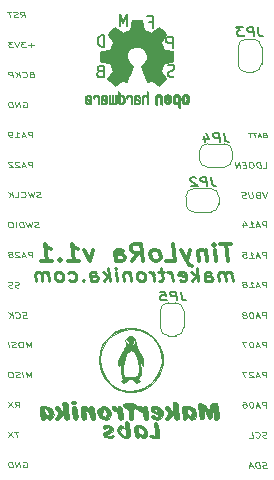
<source format=gbo>
G04 #@! TF.GenerationSoftware,KiCad,Pcbnew,(5.1.2-1)-1*
G04 #@! TF.CreationDate,2019-05-17T17:37:07+02:00*
G04 #@! TF.ProjectId,TLM-breakout-v1_1,544c4d2d-6272-4656-916b-6f75742d7631,1.1*
G04 #@! TF.SameCoordinates,Original*
G04 #@! TF.FileFunction,Legend,Bot*
G04 #@! TF.FilePolarity,Positive*
%FSLAX46Y46*%
G04 Gerber Fmt 4.6, Leading zero omitted, Abs format (unit mm)*
G04 Created by KiCad (PCBNEW (5.1.2-1)-1) date 2019-05-17 17:37:07*
%MOMM*%
%LPD*%
G04 APERTURE LIST*
%ADD10C,0.125000*%
%ADD11C,0.100000*%
%ADD12C,0.275000*%
%ADD13C,0.200000*%
%ADD14C,0.350000*%
%ADD15C,0.010000*%
%ADD16C,0.120000*%
%ADD17C,0.187500*%
G04 APERTURE END LIST*
D10*
X126262626Y-76426190D02*
X126432864Y-76188095D01*
X126605483Y-76426190D02*
X126542983Y-75926190D01*
X126314412Y-75926190D01*
X126260245Y-75950000D01*
X126234650Y-75973809D01*
X126212031Y-76021428D01*
X126220959Y-76092857D01*
X126255483Y-76140476D01*
X126287031Y-76164285D01*
X126347150Y-76188095D01*
X126575721Y-76188095D01*
X126031078Y-76402380D02*
X125948340Y-76426190D01*
X125805483Y-76426190D01*
X125745364Y-76402380D01*
X125713816Y-76378571D01*
X125679293Y-76330952D01*
X125673340Y-76283333D01*
X125695959Y-76235714D01*
X125721555Y-76211904D01*
X125775721Y-76188095D01*
X125887031Y-76164285D01*
X125941197Y-76140476D01*
X125966793Y-76116666D01*
X125989412Y-76069047D01*
X125983459Y-76021428D01*
X125948936Y-75973809D01*
X125917388Y-75950000D01*
X125857269Y-75926190D01*
X125714412Y-75926190D01*
X125631674Y-75950000D01*
X125457269Y-75926190D02*
X125114412Y-75926190D01*
X125348340Y-76426190D02*
X125285840Y-75926190D01*
X127353103Y-78775714D02*
X126895960Y-78775714D01*
X127148341Y-78966190D02*
X127100722Y-78585238D01*
X126628698Y-78466190D02*
X126257270Y-78466190D01*
X126481079Y-78656666D01*
X126395365Y-78656666D01*
X126341198Y-78680476D01*
X126315603Y-78704285D01*
X126292984Y-78751904D01*
X126307865Y-78870952D01*
X126342389Y-78918571D01*
X126373936Y-78942380D01*
X126434055Y-78966190D01*
X126605484Y-78966190D01*
X126659651Y-78942380D01*
X126685246Y-78918571D01*
X126085841Y-78466190D02*
X125948341Y-78966190D01*
X125685841Y-78466190D01*
X125542984Y-78466190D02*
X125171555Y-78466190D01*
X125395365Y-78656666D01*
X125309651Y-78656666D01*
X125255484Y-78680476D01*
X125229889Y-78704285D01*
X125207270Y-78751904D01*
X125222151Y-78870952D01*
X125256674Y-78918571D01*
X125288222Y-78942380D01*
X125348341Y-78966190D01*
X125519770Y-78966190D01*
X125573936Y-78942380D01*
X125599531Y-78918571D01*
X127144174Y-81244285D02*
X127061436Y-81268095D01*
X127035841Y-81291904D01*
X127013222Y-81339523D01*
X127022151Y-81410952D01*
X127056674Y-81458571D01*
X127088222Y-81482380D01*
X127148341Y-81506190D01*
X127376912Y-81506190D01*
X127314412Y-81006190D01*
X127114412Y-81006190D01*
X127060246Y-81030000D01*
X127034651Y-81053809D01*
X127012031Y-81101428D01*
X127017984Y-81149047D01*
X127052508Y-81196666D01*
X127084055Y-81220476D01*
X127144174Y-81244285D01*
X127344174Y-81244285D01*
X126428103Y-81458571D02*
X126459651Y-81482380D01*
X126548341Y-81506190D01*
X126605484Y-81506190D01*
X126688222Y-81482380D01*
X126739412Y-81434761D01*
X126762031Y-81387142D01*
X126778698Y-81291904D01*
X126769770Y-81220476D01*
X126729293Y-81125238D01*
X126694770Y-81077619D01*
X126631674Y-81030000D01*
X126542984Y-81006190D01*
X126485841Y-81006190D01*
X126403103Y-81030000D01*
X126377508Y-81053809D01*
X126176912Y-81506190D02*
X126114412Y-81006190D01*
X125834055Y-81506190D02*
X126055484Y-81220476D01*
X125771555Y-81006190D02*
X126150127Y-81291904D01*
X125576912Y-81506190D02*
X125514412Y-81006190D01*
X125285841Y-81006190D01*
X125231674Y-81030000D01*
X125206079Y-81053809D01*
X125183460Y-81101428D01*
X125192389Y-81172857D01*
X125226912Y-81220476D01*
X125258460Y-81244285D01*
X125318579Y-81268095D01*
X125547151Y-81268095D01*
X126431674Y-83570000D02*
X126485840Y-83546190D01*
X126571555Y-83546190D01*
X126660245Y-83570000D01*
X126723340Y-83617619D01*
X126757864Y-83665238D01*
X126798340Y-83760476D01*
X126807269Y-83831904D01*
X126790602Y-83927142D01*
X126767983Y-83974761D01*
X126716793Y-84022380D01*
X126634055Y-84046190D01*
X126576912Y-84046190D01*
X126488221Y-84022380D01*
X126456674Y-83998571D01*
X126435840Y-83831904D01*
X126550126Y-83831904D01*
X126205483Y-84046190D02*
X126142983Y-83546190D01*
X125862626Y-84046190D01*
X125800126Y-83546190D01*
X125576912Y-84046190D02*
X125514412Y-83546190D01*
X125371555Y-83546190D01*
X125288816Y-83570000D01*
X125237626Y-83617619D01*
X125215007Y-83665238D01*
X125198340Y-83760476D01*
X125207269Y-83831904D01*
X125247745Y-83927142D01*
X125282269Y-83974761D01*
X125345364Y-84022380D01*
X125434055Y-84046190D01*
X125576912Y-84046190D01*
X127234055Y-86586190D02*
X127171555Y-86086190D01*
X126942983Y-86086190D01*
X126888817Y-86110000D01*
X126863222Y-86133809D01*
X126840602Y-86181428D01*
X126849531Y-86252857D01*
X126884055Y-86300476D01*
X126915602Y-86324285D01*
X126975722Y-86348095D01*
X127204293Y-86348095D01*
X126644769Y-86443333D02*
X126359055Y-86443333D01*
X126719769Y-86586190D02*
X126457269Y-86086190D01*
X126319769Y-86586190D01*
X125805483Y-86586190D02*
X126148341Y-86586190D01*
X125976912Y-86586190D02*
X125914412Y-86086190D01*
X125980483Y-86157619D01*
X126043579Y-86205238D01*
X126103698Y-86229047D01*
X125519769Y-86586190D02*
X125405483Y-86586190D01*
X125345364Y-86562380D01*
X125313817Y-86538571D01*
X125247745Y-86467142D01*
X125207269Y-86371904D01*
X125183460Y-86181428D01*
X125206079Y-86133809D01*
X125231674Y-86110000D01*
X125285841Y-86086190D01*
X125400126Y-86086190D01*
X125460245Y-86110000D01*
X125491793Y-86133809D01*
X125526317Y-86181428D01*
X125541198Y-86300476D01*
X125518579Y-86348095D01*
X125492983Y-86371904D01*
X125438817Y-86395714D01*
X125324531Y-86395714D01*
X125264412Y-86371904D01*
X125232864Y-86348095D01*
X125198341Y-86300476D01*
X127234055Y-89126190D02*
X127171555Y-88626190D01*
X126942983Y-88626190D01*
X126888817Y-88650000D01*
X126863222Y-88673809D01*
X126840602Y-88721428D01*
X126849531Y-88792857D01*
X126884055Y-88840476D01*
X126915602Y-88864285D01*
X126975722Y-88888095D01*
X127204293Y-88888095D01*
X126644769Y-88983333D02*
X126359055Y-88983333D01*
X126719769Y-89126190D02*
X126457269Y-88626190D01*
X126319769Y-89126190D01*
X126091793Y-88673809D02*
X126060245Y-88650000D01*
X126000126Y-88626190D01*
X125857269Y-88626190D01*
X125803102Y-88650000D01*
X125777507Y-88673809D01*
X125754888Y-88721428D01*
X125760841Y-88769047D01*
X125798341Y-88840476D01*
X126176912Y-89126190D01*
X125805483Y-89126190D01*
X125520364Y-88673809D02*
X125488817Y-88650000D01*
X125428698Y-88626190D01*
X125285841Y-88626190D01*
X125231674Y-88650000D01*
X125206079Y-88673809D01*
X125183460Y-88721428D01*
X125189412Y-88769047D01*
X125226912Y-88840476D01*
X125605483Y-89126190D01*
X125234055Y-89126190D01*
X127945364Y-91642380D02*
X127862626Y-91666190D01*
X127719769Y-91666190D01*
X127659650Y-91642380D01*
X127628102Y-91618571D01*
X127593579Y-91570952D01*
X127587626Y-91523333D01*
X127610245Y-91475714D01*
X127635840Y-91451904D01*
X127690007Y-91428095D01*
X127801317Y-91404285D01*
X127855483Y-91380476D01*
X127881079Y-91356666D01*
X127903698Y-91309047D01*
X127897745Y-91261428D01*
X127863221Y-91213809D01*
X127831674Y-91190000D01*
X127771555Y-91166190D01*
X127628698Y-91166190D01*
X127545959Y-91190000D01*
X127342983Y-91166190D02*
X127262626Y-91666190D01*
X127103698Y-91309047D01*
X127034055Y-91666190D01*
X126828698Y-91166190D01*
X126313817Y-91618571D02*
X126345364Y-91642380D01*
X126434055Y-91666190D01*
X126491198Y-91666190D01*
X126573936Y-91642380D01*
X126625126Y-91594761D01*
X126647745Y-91547142D01*
X126664412Y-91451904D01*
X126655483Y-91380476D01*
X126615007Y-91285238D01*
X126580483Y-91237619D01*
X126517388Y-91190000D01*
X126428698Y-91166190D01*
X126371555Y-91166190D01*
X126288817Y-91190000D01*
X126263221Y-91213809D01*
X125776912Y-91666190D02*
X126062626Y-91666190D01*
X126000126Y-91166190D01*
X125576912Y-91666190D02*
X125514412Y-91166190D01*
X125234055Y-91666190D02*
X125455483Y-91380476D01*
X125171555Y-91166190D02*
X125550126Y-91451904D01*
X127773936Y-94182380D02*
X127691198Y-94206190D01*
X127548341Y-94206190D01*
X127488222Y-94182380D01*
X127456674Y-94158571D01*
X127422150Y-94110952D01*
X127416198Y-94063333D01*
X127438817Y-94015714D01*
X127464412Y-93991904D01*
X127518579Y-93968095D01*
X127629888Y-93944285D01*
X127684055Y-93920476D01*
X127709650Y-93896666D01*
X127732269Y-93849047D01*
X127726317Y-93801428D01*
X127691793Y-93753809D01*
X127660245Y-93730000D01*
X127600126Y-93706190D01*
X127457269Y-93706190D01*
X127374531Y-93730000D01*
X127171555Y-93706190D02*
X127091198Y-94206190D01*
X126932269Y-93849047D01*
X126862626Y-94206190D01*
X126657269Y-93706190D01*
X126491198Y-94206190D02*
X126428698Y-93706190D01*
X126285841Y-93706190D01*
X126203103Y-93730000D01*
X126151912Y-93777619D01*
X126129293Y-93825238D01*
X126112626Y-93920476D01*
X126121555Y-93991904D01*
X126162031Y-94087142D01*
X126196555Y-94134761D01*
X126259650Y-94182380D01*
X126348341Y-94206190D01*
X126491198Y-94206190D01*
X125891198Y-94206190D02*
X125828698Y-93706190D01*
X125428698Y-93706190D02*
X125314412Y-93706190D01*
X125260245Y-93730000D01*
X125209055Y-93777619D01*
X125192388Y-93872857D01*
X125213222Y-94039523D01*
X125253698Y-94134761D01*
X125316793Y-94182380D01*
X125376912Y-94206190D01*
X125491198Y-94206190D01*
X125545365Y-94182380D01*
X125596555Y-94134761D01*
X125613222Y-94039523D01*
X125592388Y-93872857D01*
X125551912Y-93777619D01*
X125488817Y-93730000D01*
X125428698Y-93706190D01*
X127234055Y-96746190D02*
X127171555Y-96246190D01*
X126942983Y-96246190D01*
X126888817Y-96270000D01*
X126863222Y-96293809D01*
X126840602Y-96341428D01*
X126849531Y-96412857D01*
X126884055Y-96460476D01*
X126915602Y-96484285D01*
X126975722Y-96508095D01*
X127204293Y-96508095D01*
X126644769Y-96603333D02*
X126359055Y-96603333D01*
X126719769Y-96746190D02*
X126457269Y-96246190D01*
X126319769Y-96746190D01*
X126091793Y-96293809D02*
X126060245Y-96270000D01*
X126000126Y-96246190D01*
X125857269Y-96246190D01*
X125803102Y-96270000D01*
X125777507Y-96293809D01*
X125754888Y-96341428D01*
X125760841Y-96389047D01*
X125798341Y-96460476D01*
X126176912Y-96746190D01*
X125805483Y-96746190D01*
X125426912Y-96460476D02*
X125481079Y-96436666D01*
X125506674Y-96412857D01*
X125529293Y-96365238D01*
X125526317Y-96341428D01*
X125491793Y-96293809D01*
X125460245Y-96270000D01*
X125400126Y-96246190D01*
X125285841Y-96246190D01*
X125231674Y-96270000D01*
X125206079Y-96293809D01*
X125183460Y-96341428D01*
X125186436Y-96365238D01*
X125220960Y-96412857D01*
X125252507Y-96436666D01*
X125312626Y-96460476D01*
X125426912Y-96460476D01*
X125487031Y-96484285D01*
X125518579Y-96508095D01*
X125553102Y-96555714D01*
X125565007Y-96650952D01*
X125542388Y-96698571D01*
X125516793Y-96722380D01*
X125462626Y-96746190D01*
X125348341Y-96746190D01*
X125288222Y-96722380D01*
X125256674Y-96698571D01*
X125222150Y-96650952D01*
X125210245Y-96555714D01*
X125232864Y-96508095D01*
X125258460Y-96484285D01*
X125312626Y-96460476D01*
X126145364Y-99282377D02*
X126062626Y-99306187D01*
X125919769Y-99306187D01*
X125859650Y-99282377D01*
X125828102Y-99258568D01*
X125793579Y-99210949D01*
X125787626Y-99163330D01*
X125810245Y-99115711D01*
X125835840Y-99091901D01*
X125890007Y-99068092D01*
X126001317Y-99044282D01*
X126055483Y-99020473D01*
X126081079Y-98996663D01*
X126103698Y-98949044D01*
X126097745Y-98901425D01*
X126063221Y-98853806D01*
X126031674Y-98829997D01*
X125971555Y-98806187D01*
X125828698Y-98806187D01*
X125745959Y-98829997D01*
X125573936Y-99282377D02*
X125491198Y-99306187D01*
X125348340Y-99306187D01*
X125288221Y-99282377D01*
X125256674Y-99258568D01*
X125222150Y-99210949D01*
X125216198Y-99163330D01*
X125238817Y-99115711D01*
X125264412Y-99091901D01*
X125318579Y-99068092D01*
X125429888Y-99044282D01*
X125484055Y-99020473D01*
X125509650Y-98996663D01*
X125532269Y-98949044D01*
X125526317Y-98901425D01*
X125491793Y-98853806D01*
X125460245Y-98829997D01*
X125400126Y-98806187D01*
X125257269Y-98806187D01*
X125174531Y-98829997D01*
X126773936Y-101845710D02*
X126691198Y-101869520D01*
X126548341Y-101869520D01*
X126488222Y-101845710D01*
X126456674Y-101821901D01*
X126422150Y-101774282D01*
X126416198Y-101726663D01*
X126438817Y-101679044D01*
X126464412Y-101655234D01*
X126518579Y-101631425D01*
X126629888Y-101607615D01*
X126684055Y-101583806D01*
X126709650Y-101559996D01*
X126732269Y-101512377D01*
X126726317Y-101464758D01*
X126691793Y-101417139D01*
X126660245Y-101393330D01*
X126600126Y-101369520D01*
X126457269Y-101369520D01*
X126374531Y-101393330D01*
X125828103Y-101821901D02*
X125859650Y-101845710D01*
X125948341Y-101869520D01*
X126005484Y-101869520D01*
X126088222Y-101845710D01*
X126139412Y-101798091D01*
X126162031Y-101750472D01*
X126178698Y-101655234D01*
X126169769Y-101583806D01*
X126129293Y-101488568D01*
X126094769Y-101440949D01*
X126031674Y-101393330D01*
X125942984Y-101369520D01*
X125885841Y-101369520D01*
X125803103Y-101393330D01*
X125777507Y-101417139D01*
X125576912Y-101869520D02*
X125514412Y-101369520D01*
X125234055Y-101869520D02*
X125455484Y-101583806D01*
X125171555Y-101369520D02*
X125550126Y-101655234D01*
X127148341Y-104366190D02*
X127085841Y-103866190D01*
X126930484Y-104223333D01*
X126685841Y-103866190D01*
X126748341Y-104366190D01*
X126285841Y-103866190D02*
X126171555Y-103866190D01*
X126117388Y-103890000D01*
X126066198Y-103937619D01*
X126049531Y-104032857D01*
X126070365Y-104199523D01*
X126110841Y-104294761D01*
X126173936Y-104342380D01*
X126234055Y-104366190D01*
X126348341Y-104366190D01*
X126402507Y-104342380D01*
X126453698Y-104294761D01*
X126470365Y-104199523D01*
X126449531Y-104032857D01*
X126409055Y-103937619D01*
X126345960Y-103890000D01*
X126285841Y-103866190D01*
X125859650Y-104342380D02*
X125776912Y-104366190D01*
X125634055Y-104366190D01*
X125573936Y-104342380D01*
X125542388Y-104318571D01*
X125507865Y-104270952D01*
X125501912Y-104223333D01*
X125524531Y-104175714D01*
X125550126Y-104151904D01*
X125604293Y-104128095D01*
X125715603Y-104104285D01*
X125769769Y-104080476D01*
X125795365Y-104056666D01*
X125817984Y-104009047D01*
X125812031Y-103961428D01*
X125777507Y-103913809D01*
X125745960Y-103890000D01*
X125685841Y-103866190D01*
X125542984Y-103866190D01*
X125460245Y-103890000D01*
X125262626Y-104366190D02*
X125200126Y-103866190D01*
X127148341Y-106906190D02*
X127085841Y-106406190D01*
X126930484Y-106763333D01*
X126685841Y-106406190D01*
X126748341Y-106906190D01*
X126462626Y-106906190D02*
X126400126Y-106406190D01*
X126202507Y-106882380D02*
X126119769Y-106906190D01*
X125976912Y-106906190D01*
X125916793Y-106882380D01*
X125885245Y-106858571D01*
X125850722Y-106810952D01*
X125844769Y-106763333D01*
X125867388Y-106715714D01*
X125892984Y-106691904D01*
X125947150Y-106668095D01*
X126058460Y-106644285D01*
X126112626Y-106620476D01*
X126138222Y-106596666D01*
X126160841Y-106549047D01*
X126154888Y-106501428D01*
X126120365Y-106453809D01*
X126088817Y-106430000D01*
X126028698Y-106406190D01*
X125885841Y-106406190D01*
X125803103Y-106430000D01*
X125428698Y-106406190D02*
X125314412Y-106406190D01*
X125260245Y-106430000D01*
X125209055Y-106477619D01*
X125192388Y-106572857D01*
X125213222Y-106739523D01*
X125253698Y-106834761D01*
X125316793Y-106882380D01*
X125376912Y-106906190D01*
X125491198Y-106906190D01*
X125545365Y-106882380D01*
X125596555Y-106834761D01*
X125613222Y-106739523D01*
X125592388Y-106572857D01*
X125551912Y-106477619D01*
X125488817Y-106430000D01*
X125428698Y-106406190D01*
X125805484Y-109446190D02*
X125975722Y-109208095D01*
X126148341Y-109446190D02*
X126085841Y-108946190D01*
X125857269Y-108946190D01*
X125803103Y-108970000D01*
X125777507Y-108993809D01*
X125754888Y-109041428D01*
X125763817Y-109112857D01*
X125798341Y-109160476D01*
X125829888Y-109184285D01*
X125890007Y-109208095D01*
X126118579Y-109208095D01*
X125542984Y-108946190D02*
X125205484Y-109446190D01*
X125142984Y-108946190D02*
X125605484Y-109446190D01*
X126028697Y-111486190D02*
X125685840Y-111486190D01*
X125919769Y-111986190D02*
X125857269Y-111486190D01*
X125542983Y-111486190D02*
X125205483Y-111986190D01*
X125142983Y-111486190D02*
X125605483Y-111986190D01*
X126431674Y-114050000D02*
X126485840Y-114026190D01*
X126571555Y-114026190D01*
X126660245Y-114050000D01*
X126723340Y-114097619D01*
X126757864Y-114145238D01*
X126798340Y-114240476D01*
X126807269Y-114311904D01*
X126790602Y-114407142D01*
X126767983Y-114454761D01*
X126716793Y-114502380D01*
X126634055Y-114526190D01*
X126576912Y-114526190D01*
X126488221Y-114502380D01*
X126456674Y-114478571D01*
X126435840Y-114311904D01*
X126550126Y-114311904D01*
X126205483Y-114526190D02*
X126142983Y-114026190D01*
X125862626Y-114526190D01*
X125800126Y-114026190D01*
X125576912Y-114526190D02*
X125514412Y-114026190D01*
X125371555Y-114026190D01*
X125288816Y-114050000D01*
X125237626Y-114097619D01*
X125215007Y-114145238D01*
X125198340Y-114240476D01*
X125207269Y-114311904D01*
X125247745Y-114407142D01*
X125282269Y-114454761D01*
X125345364Y-114502380D01*
X125434055Y-114526190D01*
X125576912Y-114526190D01*
D11*
X146874196Y-86361428D02*
X146805148Y-86380476D01*
X146783720Y-86399523D01*
X146764672Y-86437619D01*
X146771815Y-86494761D01*
X146800386Y-86532857D01*
X146826577Y-86551904D01*
X146876577Y-86570952D01*
X147067053Y-86570952D01*
X147017053Y-86170952D01*
X146850386Y-86170952D01*
X146805148Y-86190000D01*
X146783720Y-86209047D01*
X146764672Y-86247142D01*
X146769434Y-86285238D01*
X146798005Y-86323333D01*
X146824196Y-86342380D01*
X146874196Y-86361428D01*
X147040863Y-86361428D01*
X146576577Y-86456666D02*
X146338482Y-86456666D01*
X146638482Y-86570952D02*
X146421815Y-86170952D01*
X146305148Y-86570952D01*
X146159910Y-86170952D02*
X145874196Y-86170952D01*
X146067053Y-86570952D02*
X146017053Y-86170952D01*
X145778958Y-86170952D02*
X145493244Y-86170952D01*
X145686101Y-86570952D02*
X145636101Y-86170952D01*
X146766309Y-89146190D02*
X147052023Y-89146190D01*
X146989523Y-88646190D01*
X146566309Y-89146190D02*
X146503809Y-88646190D01*
X146360952Y-88646190D01*
X146278214Y-88670000D01*
X146227023Y-88717619D01*
X146204404Y-88765238D01*
X146187738Y-88860476D01*
X146196666Y-88931904D01*
X146237142Y-89027142D01*
X146271666Y-89074761D01*
X146334761Y-89122380D01*
X146423452Y-89146190D01*
X146566309Y-89146190D01*
X145789523Y-88646190D02*
X145675238Y-88646190D01*
X145621071Y-88670000D01*
X145569880Y-88717619D01*
X145553214Y-88812857D01*
X145574047Y-88979523D01*
X145614523Y-89074761D01*
X145677619Y-89122380D01*
X145737738Y-89146190D01*
X145852023Y-89146190D01*
X145906190Y-89122380D01*
X145957380Y-89074761D01*
X145974047Y-88979523D01*
X145953214Y-88812857D01*
X145912738Y-88717619D01*
X145849642Y-88670000D01*
X145789523Y-88646190D01*
X145305000Y-88884285D02*
X145105000Y-88884285D01*
X145052023Y-89146190D02*
X145337738Y-89146190D01*
X145275238Y-88646190D01*
X144989523Y-88646190D01*
X144794880Y-89146190D02*
X144732380Y-88646190D01*
X144452023Y-89146190D01*
X144389523Y-88646190D01*
X147075237Y-91206190D02*
X146937737Y-91706190D01*
X146675237Y-91206190D01*
X146304999Y-91444285D02*
X146222261Y-91468095D01*
X146196666Y-91491904D01*
X146174047Y-91539523D01*
X146182975Y-91610952D01*
X146217499Y-91658571D01*
X146249047Y-91682380D01*
X146309166Y-91706190D01*
X146537737Y-91706190D01*
X146475237Y-91206190D01*
X146275237Y-91206190D01*
X146221071Y-91230000D01*
X146195475Y-91253809D01*
X146172856Y-91301428D01*
X146178809Y-91349047D01*
X146213333Y-91396666D01*
X146244880Y-91420476D01*
X146304999Y-91444285D01*
X146504999Y-91444285D01*
X145875237Y-91206190D02*
X145925833Y-91610952D01*
X145903214Y-91658571D01*
X145877618Y-91682380D01*
X145823452Y-91706190D01*
X145709166Y-91706190D01*
X145649047Y-91682380D01*
X145617499Y-91658571D01*
X145582975Y-91610952D01*
X145532380Y-91206190D01*
X145334761Y-91682380D02*
X145252023Y-91706190D01*
X145109166Y-91706190D01*
X145049047Y-91682380D01*
X145017499Y-91658571D01*
X144982975Y-91610952D01*
X144977023Y-91563333D01*
X144999642Y-91515714D01*
X145025237Y-91491904D01*
X145079404Y-91468095D01*
X145190714Y-91444285D01*
X145244880Y-91420476D01*
X145270475Y-91396666D01*
X145293094Y-91349047D01*
X145287142Y-91301428D01*
X145252618Y-91253809D01*
X145221071Y-91230000D01*
X145160952Y-91206190D01*
X145018094Y-91206190D01*
X144935356Y-91230000D01*
X147052023Y-94196190D02*
X146989523Y-93696190D01*
X146760951Y-93696190D01*
X146706785Y-93720000D01*
X146681189Y-93743809D01*
X146658570Y-93791428D01*
X146667499Y-93862857D01*
X146702023Y-93910476D01*
X146733570Y-93934285D01*
X146793689Y-93958095D01*
X147022261Y-93958095D01*
X146462737Y-94053333D02*
X146177023Y-94053333D01*
X146537737Y-94196190D02*
X146275237Y-93696190D01*
X146137737Y-94196190D01*
X145623451Y-94196190D02*
X145966308Y-94196190D01*
X145794880Y-94196190D02*
X145732380Y-93696190D01*
X145798451Y-93767619D01*
X145861546Y-93815238D01*
X145921665Y-93839047D01*
X145067499Y-93862857D02*
X145109165Y-94196190D01*
X145186546Y-93672380D02*
X145374046Y-94029523D01*
X145002618Y-94029523D01*
X147052023Y-96766190D02*
X146989523Y-96266190D01*
X146760951Y-96266190D01*
X146706785Y-96290000D01*
X146681189Y-96313809D01*
X146658570Y-96361428D01*
X146667499Y-96432857D01*
X146702023Y-96480476D01*
X146733570Y-96504285D01*
X146793689Y-96528095D01*
X147022261Y-96528095D01*
X146462737Y-96623333D02*
X146177023Y-96623333D01*
X146537737Y-96766190D02*
X146275237Y-96266190D01*
X146137737Y-96766190D01*
X145623451Y-96766190D02*
X145966308Y-96766190D01*
X145794880Y-96766190D02*
X145732380Y-96266190D01*
X145798451Y-96337619D01*
X145861546Y-96385238D01*
X145921665Y-96409047D01*
X145018094Y-96266190D02*
X145303808Y-96266190D01*
X145362142Y-96504285D01*
X145330594Y-96480476D01*
X145270475Y-96456666D01*
X145127618Y-96456666D01*
X145073451Y-96480476D01*
X145047856Y-96504285D01*
X145025237Y-96551904D01*
X145040118Y-96670952D01*
X145074642Y-96718571D01*
X145106189Y-96742380D01*
X145166308Y-96766190D01*
X145309165Y-96766190D01*
X145363332Y-96742380D01*
X145388927Y-96718571D01*
X147052023Y-99286190D02*
X146989523Y-98786190D01*
X146760951Y-98786190D01*
X146706785Y-98810000D01*
X146681189Y-98833809D01*
X146658570Y-98881428D01*
X146667499Y-98952857D01*
X146702023Y-99000476D01*
X146733570Y-99024285D01*
X146793689Y-99048095D01*
X147022261Y-99048095D01*
X146462737Y-99143333D02*
X146177023Y-99143333D01*
X146537737Y-99286190D02*
X146275237Y-98786190D01*
X146137737Y-99286190D01*
X145623451Y-99286190D02*
X145966308Y-99286190D01*
X145794880Y-99286190D02*
X145732380Y-98786190D01*
X145798451Y-98857619D01*
X145861546Y-98905238D01*
X145921665Y-98929047D01*
X145244880Y-99000476D02*
X145299046Y-98976666D01*
X145324642Y-98952857D01*
X145347261Y-98905238D01*
X145344285Y-98881428D01*
X145309761Y-98833809D01*
X145278213Y-98810000D01*
X145218094Y-98786190D01*
X145103808Y-98786190D01*
X145049642Y-98810000D01*
X145024046Y-98833809D01*
X145001427Y-98881428D01*
X145004404Y-98905238D01*
X145038927Y-98952857D01*
X145070475Y-98976666D01*
X145130594Y-99000476D01*
X145244880Y-99000476D01*
X145304999Y-99024285D01*
X145336546Y-99048095D01*
X145371070Y-99095714D01*
X145382975Y-99190952D01*
X145360356Y-99238571D01*
X145334761Y-99262380D01*
X145280594Y-99286190D01*
X145166308Y-99286190D01*
X145106189Y-99262380D01*
X145074642Y-99238571D01*
X145040118Y-99190952D01*
X145028213Y-99095714D01*
X145050832Y-99048095D01*
X145076427Y-99024285D01*
X145130594Y-99000476D01*
X147052023Y-101876190D02*
X146989523Y-101376190D01*
X146760951Y-101376190D01*
X146706785Y-101400000D01*
X146681189Y-101423809D01*
X146658570Y-101471428D01*
X146667499Y-101542857D01*
X146702023Y-101590476D01*
X146733570Y-101614285D01*
X146793689Y-101638095D01*
X147022261Y-101638095D01*
X146462737Y-101733333D02*
X146177023Y-101733333D01*
X146537737Y-101876190D02*
X146275237Y-101376190D01*
X146137737Y-101876190D01*
X145760951Y-101376190D02*
X145703808Y-101376190D01*
X145649642Y-101400000D01*
X145624046Y-101423809D01*
X145601427Y-101471428D01*
X145584761Y-101566666D01*
X145599642Y-101685714D01*
X145640118Y-101780952D01*
X145674642Y-101828571D01*
X145706189Y-101852380D01*
X145766308Y-101876190D01*
X145823451Y-101876190D01*
X145877618Y-101852380D01*
X145903213Y-101828571D01*
X145925832Y-101780952D01*
X145942499Y-101685714D01*
X145927618Y-101566666D01*
X145887142Y-101471428D01*
X145852618Y-101423809D01*
X145821070Y-101400000D01*
X145760951Y-101376190D01*
X145244880Y-101590476D02*
X145299046Y-101566666D01*
X145324642Y-101542857D01*
X145347261Y-101495238D01*
X145344285Y-101471428D01*
X145309761Y-101423809D01*
X145278213Y-101400000D01*
X145218094Y-101376190D01*
X145103808Y-101376190D01*
X145049642Y-101400000D01*
X145024046Y-101423809D01*
X145001427Y-101471428D01*
X145004404Y-101495238D01*
X145038927Y-101542857D01*
X145070475Y-101566666D01*
X145130594Y-101590476D01*
X145244880Y-101590476D01*
X145304999Y-101614285D01*
X145336546Y-101638095D01*
X145371070Y-101685714D01*
X145382975Y-101780952D01*
X145360356Y-101828571D01*
X145334761Y-101852380D01*
X145280594Y-101876190D01*
X145166308Y-101876190D01*
X145106189Y-101852380D01*
X145074642Y-101828571D01*
X145040118Y-101780952D01*
X145028213Y-101685714D01*
X145050832Y-101638095D01*
X145076427Y-101614285D01*
X145130594Y-101590476D01*
X147052023Y-104366190D02*
X146989523Y-103866190D01*
X146760951Y-103866190D01*
X146706785Y-103890000D01*
X146681189Y-103913809D01*
X146658570Y-103961428D01*
X146667499Y-104032857D01*
X146702023Y-104080476D01*
X146733570Y-104104285D01*
X146793689Y-104128095D01*
X147022261Y-104128095D01*
X146462737Y-104223333D02*
X146177023Y-104223333D01*
X146537737Y-104366190D02*
X146275237Y-103866190D01*
X146137737Y-104366190D01*
X145760951Y-103866190D02*
X145703808Y-103866190D01*
X145649642Y-103890000D01*
X145624046Y-103913809D01*
X145601427Y-103961428D01*
X145584761Y-104056666D01*
X145599642Y-104175714D01*
X145640118Y-104270952D01*
X145674642Y-104318571D01*
X145706189Y-104342380D01*
X145766308Y-104366190D01*
X145823451Y-104366190D01*
X145877618Y-104342380D01*
X145903213Y-104318571D01*
X145925832Y-104270952D01*
X145942499Y-104175714D01*
X145927618Y-104056666D01*
X145887142Y-103961428D01*
X145852618Y-103913809D01*
X145821070Y-103890000D01*
X145760951Y-103866190D01*
X145360951Y-103866190D02*
X144960951Y-103866190D01*
X145280594Y-104366190D01*
X147052023Y-106906190D02*
X146989523Y-106406190D01*
X146760951Y-106406190D01*
X146706785Y-106430000D01*
X146681189Y-106453809D01*
X146658570Y-106501428D01*
X146667499Y-106572857D01*
X146702023Y-106620476D01*
X146733570Y-106644285D01*
X146793689Y-106668095D01*
X147022261Y-106668095D01*
X146462737Y-106763333D02*
X146177023Y-106763333D01*
X146537737Y-106906190D02*
X146275237Y-106406190D01*
X146137737Y-106906190D01*
X145909761Y-106453809D02*
X145878213Y-106430000D01*
X145818094Y-106406190D01*
X145675237Y-106406190D01*
X145621070Y-106430000D01*
X145595475Y-106453809D01*
X145572856Y-106501428D01*
X145578808Y-106549047D01*
X145616308Y-106620476D01*
X145994880Y-106906190D01*
X145623451Y-106906190D01*
X145360951Y-106406190D02*
X144960951Y-106406190D01*
X145280594Y-106906190D01*
X147052023Y-109456190D02*
X146989523Y-108956190D01*
X146760951Y-108956190D01*
X146706785Y-108980000D01*
X146681189Y-109003809D01*
X146658570Y-109051428D01*
X146667499Y-109122857D01*
X146702023Y-109170476D01*
X146733570Y-109194285D01*
X146793689Y-109218095D01*
X147022261Y-109218095D01*
X146462737Y-109313333D02*
X146177023Y-109313333D01*
X146537737Y-109456190D02*
X146275237Y-108956190D01*
X146137737Y-109456190D01*
X145760951Y-108956190D02*
X145703808Y-108956190D01*
X145649642Y-108980000D01*
X145624046Y-109003809D01*
X145601427Y-109051428D01*
X145584761Y-109146666D01*
X145599642Y-109265714D01*
X145640118Y-109360952D01*
X145674642Y-109408571D01*
X145706189Y-109432380D01*
X145766308Y-109456190D01*
X145823451Y-109456190D01*
X145877618Y-109432380D01*
X145903213Y-109408571D01*
X145925832Y-109360952D01*
X145942499Y-109265714D01*
X145927618Y-109146666D01*
X145887142Y-109051428D01*
X145852618Y-109003809D01*
X145821070Y-108980000D01*
X145760951Y-108956190D01*
X145046665Y-108956190D02*
X145160951Y-108956190D01*
X145221070Y-108980000D01*
X145252618Y-109003809D01*
X145318689Y-109075238D01*
X145359165Y-109170476D01*
X145382975Y-109360952D01*
X145360356Y-109408571D01*
X145334761Y-109432380D01*
X145280594Y-109456190D01*
X145166308Y-109456190D01*
X145106189Y-109432380D01*
X145074642Y-109408571D01*
X145040118Y-109360952D01*
X145025237Y-109241904D01*
X145047856Y-109194285D01*
X145073451Y-109170476D01*
X145127618Y-109146666D01*
X145241904Y-109146666D01*
X145302023Y-109170476D01*
X145333570Y-109194285D01*
X145368094Y-109241904D01*
X147077618Y-111982380D02*
X146994880Y-112006190D01*
X146852023Y-112006190D01*
X146791904Y-111982380D01*
X146760356Y-111958571D01*
X146725832Y-111910952D01*
X146719880Y-111863333D01*
X146742499Y-111815714D01*
X146768094Y-111791904D01*
X146822261Y-111768095D01*
X146933570Y-111744285D01*
X146987737Y-111720476D01*
X147013332Y-111696666D01*
X147035951Y-111649047D01*
X147029999Y-111601428D01*
X146995475Y-111553809D01*
X146963927Y-111530000D01*
X146903808Y-111506190D01*
X146760951Y-111506190D01*
X146678213Y-111530000D01*
X146131785Y-111958571D02*
X146163332Y-111982380D01*
X146252023Y-112006190D01*
X146309165Y-112006190D01*
X146391904Y-111982380D01*
X146443094Y-111934761D01*
X146465713Y-111887142D01*
X146482380Y-111791904D01*
X146473451Y-111720476D01*
X146432975Y-111625238D01*
X146398451Y-111577619D01*
X146335356Y-111530000D01*
X146246665Y-111506190D01*
X146189523Y-111506190D01*
X146106785Y-111530000D01*
X146081189Y-111553809D01*
X145594880Y-112006190D02*
X145880594Y-112006190D01*
X145818094Y-111506190D01*
X147077619Y-114542380D02*
X146994880Y-114566190D01*
X146852023Y-114566190D01*
X146791904Y-114542380D01*
X146760357Y-114518571D01*
X146725833Y-114470952D01*
X146719880Y-114423333D01*
X146742500Y-114375714D01*
X146768095Y-114351904D01*
X146822261Y-114328095D01*
X146933571Y-114304285D01*
X146987738Y-114280476D01*
X147013333Y-114256666D01*
X147035952Y-114209047D01*
X147030000Y-114161428D01*
X146995476Y-114113809D01*
X146963928Y-114090000D01*
X146903809Y-114066190D01*
X146760952Y-114066190D01*
X146678214Y-114090000D01*
X146480595Y-114566190D02*
X146418095Y-114066190D01*
X146275238Y-114066190D01*
X146192500Y-114090000D01*
X146141309Y-114137619D01*
X146118690Y-114185238D01*
X146102023Y-114280476D01*
X146110952Y-114351904D01*
X146151428Y-114447142D01*
X146185952Y-114494761D01*
X146249047Y-114542380D01*
X146337738Y-114566190D01*
X146480595Y-114566190D01*
X145891309Y-114423333D02*
X145605595Y-114423333D01*
X145966309Y-114566190D02*
X145703809Y-114066190D01*
X145566309Y-114566190D01*
D12*
X144185111Y-98717619D02*
X144093444Y-97984285D01*
X144106540Y-98089047D02*
X144038087Y-98036666D01*
X143907730Y-97984285D01*
X143722016Y-97984285D01*
X143604754Y-98036666D01*
X143555944Y-98141428D01*
X143627968Y-98717619D01*
X143555944Y-98141428D02*
X143480944Y-98036666D01*
X143350587Y-97984285D01*
X143164873Y-97984285D01*
X143047611Y-98036666D01*
X142998802Y-98141428D01*
X143070825Y-98717619D01*
X141894635Y-98717619D02*
X141822611Y-98141428D01*
X141871421Y-98036666D01*
X141988683Y-97984285D01*
X142236302Y-97984285D01*
X142366659Y-98036666D01*
X141888087Y-98665238D02*
X142018444Y-98717619D01*
X142327968Y-98717619D01*
X142445230Y-98665238D01*
X142494040Y-98560476D01*
X142480944Y-98455714D01*
X142405944Y-98350952D01*
X142275587Y-98298571D01*
X141966063Y-98298571D01*
X141835706Y-98246190D01*
X141275587Y-98717619D02*
X141138087Y-97617619D01*
X141099397Y-98298571D02*
X140780349Y-98717619D01*
X140688683Y-97984285D02*
X141236302Y-98403333D01*
X139721421Y-98665238D02*
X139851778Y-98717619D01*
X140099397Y-98717619D01*
X140216659Y-98665238D01*
X140265468Y-98560476D01*
X140213087Y-98141428D01*
X140138087Y-98036666D01*
X140007730Y-97984285D01*
X139760111Y-97984285D01*
X139642849Y-98036666D01*
X139594040Y-98141428D01*
X139607135Y-98246190D01*
X140239278Y-98350952D01*
X139108921Y-98717619D02*
X139017254Y-97984285D01*
X139043444Y-98193809D02*
X138968444Y-98089047D01*
X138899992Y-98036666D01*
X138769635Y-97984285D01*
X138645825Y-97984285D01*
X138398206Y-97984285D02*
X137902968Y-97984285D01*
X138166659Y-97617619D02*
X138284516Y-98560476D01*
X138235706Y-98665238D01*
X138118444Y-98717619D01*
X137994635Y-98717619D01*
X137561302Y-98717619D02*
X137469635Y-97984285D01*
X137495825Y-98193809D02*
X137420825Y-98089047D01*
X137352373Y-98036666D01*
X137222016Y-97984285D01*
X137098206Y-97984285D01*
X136570825Y-98717619D02*
X136688087Y-98665238D01*
X136743444Y-98612857D01*
X136792254Y-98508095D01*
X136752968Y-98193809D01*
X136677968Y-98089047D01*
X136609516Y-98036666D01*
X136479159Y-97984285D01*
X136293444Y-97984285D01*
X136176183Y-98036666D01*
X136120825Y-98089047D01*
X136072016Y-98193809D01*
X136111302Y-98508095D01*
X136186302Y-98612857D01*
X136254754Y-98665238D01*
X136385111Y-98717619D01*
X136570825Y-98717619D01*
X135488683Y-97984285D02*
X135580349Y-98717619D01*
X135501778Y-98089047D02*
X135433325Y-98036666D01*
X135302968Y-97984285D01*
X135117254Y-97984285D01*
X134999992Y-98036666D01*
X134951183Y-98141428D01*
X135023206Y-98717619D01*
X134404159Y-98717619D02*
X134312492Y-97984285D01*
X134266659Y-97617619D02*
X134335111Y-97670000D01*
X134279754Y-97722380D01*
X134211302Y-97670000D01*
X134266659Y-97617619D01*
X134279754Y-97722380D01*
X133785111Y-98717619D02*
X133647611Y-97617619D01*
X133608921Y-98298571D02*
X133289873Y-98717619D01*
X133198206Y-97984285D02*
X133745825Y-98403333D01*
X132175587Y-98717619D02*
X132103563Y-98141428D01*
X132152373Y-98036666D01*
X132269635Y-97984285D01*
X132517254Y-97984285D01*
X132647611Y-98036666D01*
X132169040Y-98665238D02*
X132299397Y-98717619D01*
X132608921Y-98717619D01*
X132726183Y-98665238D01*
X132774992Y-98560476D01*
X132761897Y-98455714D01*
X132686897Y-98350952D01*
X132556540Y-98298571D01*
X132247016Y-98298571D01*
X132116659Y-98246190D01*
X131543444Y-98612857D02*
X131488087Y-98665238D01*
X131556540Y-98717619D01*
X131611897Y-98665238D01*
X131543444Y-98612857D01*
X131556540Y-98717619D01*
X130373802Y-98665238D02*
X130504159Y-98717619D01*
X130751778Y-98717619D01*
X130869040Y-98665238D01*
X130924397Y-98612857D01*
X130973206Y-98508095D01*
X130933921Y-98193809D01*
X130858921Y-98089047D01*
X130790468Y-98036666D01*
X130660111Y-97984285D01*
X130412492Y-97984285D01*
X130295230Y-98036666D01*
X129637492Y-98717619D02*
X129754754Y-98665238D01*
X129810111Y-98612857D01*
X129858921Y-98508095D01*
X129819635Y-98193809D01*
X129744635Y-98089047D01*
X129676183Y-98036666D01*
X129545825Y-97984285D01*
X129360111Y-97984285D01*
X129242849Y-98036666D01*
X129187492Y-98089047D01*
X129138683Y-98193809D01*
X129177968Y-98508095D01*
X129252968Y-98612857D01*
X129321421Y-98665238D01*
X129451778Y-98717619D01*
X129637492Y-98717619D01*
X128647016Y-98717619D02*
X128555349Y-97984285D01*
X128568444Y-98089047D02*
X128499992Y-98036666D01*
X128369635Y-97984285D01*
X128183921Y-97984285D01*
X128066659Y-98036666D01*
X128017849Y-98141428D01*
X128089873Y-98717619D01*
X128017849Y-98141428D02*
X127942849Y-98036666D01*
X127812492Y-97984285D01*
X127626778Y-97984285D01*
X127509516Y-98036666D01*
X127460706Y-98141428D01*
X127532730Y-98717619D01*
D13*
X132974571Y-80979971D02*
X132831714Y-81027590D01*
X132784095Y-81075209D01*
X132736476Y-81170447D01*
X132736476Y-81313304D01*
X132784095Y-81408542D01*
X132831714Y-81456161D01*
X132926952Y-81503780D01*
X133307904Y-81503780D01*
X133307904Y-80503780D01*
X132974571Y-80503780D01*
X132879333Y-80551400D01*
X132831714Y-80599019D01*
X132784095Y-80694257D01*
X132784095Y-80789495D01*
X132831714Y-80884733D01*
X132879333Y-80932352D01*
X132974571Y-80979971D01*
X133307904Y-80979971D01*
X133346004Y-78912980D02*
X133346004Y-77912980D01*
X133107909Y-77912980D01*
X132965052Y-77960600D01*
X132869814Y-78055838D01*
X132822195Y-78151076D01*
X132774576Y-78341552D01*
X132774576Y-78484409D01*
X132822195Y-78674885D01*
X132869814Y-78770123D01*
X132965052Y-78865361D01*
X133107909Y-78912980D01*
X133346004Y-78912980D01*
X135284333Y-77147680D02*
X135284333Y-76147680D01*
X134951000Y-76861966D01*
X134617666Y-76147680D01*
X134617666Y-77147680D01*
X137081442Y-76814371D02*
X137414776Y-76814371D01*
X137414776Y-77338180D02*
X137414776Y-76338180D01*
X136938585Y-76338180D01*
X139111804Y-79039980D02*
X139111804Y-78039980D01*
X138730852Y-78039980D01*
X138635614Y-78087600D01*
X138587995Y-78135219D01*
X138540376Y-78230457D01*
X138540376Y-78373314D01*
X138587995Y-78468552D01*
X138635614Y-78516171D01*
X138730852Y-78563790D01*
X139111804Y-78563790D01*
X139262614Y-81392661D02*
X139119757Y-81440280D01*
X138881661Y-81440280D01*
X138786423Y-81392661D01*
X138738804Y-81345042D01*
X138691185Y-81249804D01*
X138691185Y-81154566D01*
X138738804Y-81059328D01*
X138786423Y-81011709D01*
X138881661Y-80964090D01*
X139072138Y-80916471D01*
X139167376Y-80868852D01*
X139214995Y-80821233D01*
X139262614Y-80725995D01*
X139262614Y-80630757D01*
X139214995Y-80535519D01*
X139167376Y-80487900D01*
X139072138Y-80440280D01*
X138834042Y-80440280D01*
X138691185Y-80487900D01*
D14*
X144056830Y-95623333D02*
X143142544Y-95623333D01*
X143774687Y-97023333D02*
X143599687Y-95623333D01*
X142784211Y-97023333D02*
X142667544Y-96090000D01*
X142609211Y-95623333D02*
X142693735Y-95690000D01*
X142625877Y-95756666D01*
X142541354Y-95690000D01*
X142609211Y-95623333D01*
X142625877Y-95756666D01*
X141905639Y-96090000D02*
X142022306Y-97023333D01*
X141922306Y-96223333D02*
X141837782Y-96156666D01*
X141677068Y-96090000D01*
X141448497Y-96090000D01*
X141304449Y-96156666D01*
X141244925Y-96290000D01*
X141336592Y-97023333D01*
X140610401Y-96090000D02*
X140346116Y-97023333D01*
X139848497Y-96090000D02*
X140346116Y-97023333D01*
X140540163Y-97356666D01*
X140624687Y-97423333D01*
X140785401Y-97490000D01*
X138593735Y-97023333D02*
X139355639Y-97023333D01*
X139180639Y-95623333D01*
X137831830Y-97023333D02*
X137975877Y-96956666D01*
X138043735Y-96890000D01*
X138103258Y-96756666D01*
X138053258Y-96356666D01*
X137960401Y-96223333D01*
X137875877Y-96156666D01*
X137715163Y-96090000D01*
X137486592Y-96090000D01*
X137342544Y-96156666D01*
X137274687Y-96223333D01*
X137215163Y-96356666D01*
X137265163Y-96756666D01*
X137358020Y-96890000D01*
X137442544Y-96956666D01*
X137603258Y-97023333D01*
X137831830Y-97023333D01*
X135698497Y-97023333D02*
X136148497Y-96356666D01*
X136612782Y-97023333D02*
X136437782Y-95623333D01*
X135828258Y-95623333D01*
X135684211Y-95690000D01*
X135616354Y-95756666D01*
X135556830Y-95890000D01*
X135581830Y-96090000D01*
X135674687Y-96223333D01*
X135759211Y-96290000D01*
X135919925Y-96356666D01*
X136529449Y-96356666D01*
X134327068Y-97023333D02*
X134235401Y-96290000D01*
X134294925Y-96156666D01*
X134438973Y-96090000D01*
X134743735Y-96090000D01*
X134904449Y-96156666D01*
X134318735Y-96956666D02*
X134479449Y-97023333D01*
X134860401Y-97023333D01*
X135004449Y-96956666D01*
X135063973Y-96823333D01*
X135047306Y-96690000D01*
X134954449Y-96556666D01*
X134793735Y-96490000D01*
X134412782Y-96490000D01*
X134252068Y-96423333D01*
X132381830Y-96090000D02*
X132117544Y-97023333D01*
X131619925Y-96090000D01*
X130288973Y-97023333D02*
X131203258Y-97023333D01*
X130746116Y-97023333D02*
X130571116Y-95623333D01*
X130748497Y-95823333D01*
X130917544Y-95956666D01*
X131078258Y-96023333D01*
X129586592Y-96890000D02*
X129518735Y-96956666D01*
X129603258Y-97023333D01*
X129671116Y-96956666D01*
X129586592Y-96890000D01*
X129603258Y-97023333D01*
X128003258Y-97023333D02*
X128917544Y-97023333D01*
X128460401Y-97023333D02*
X128285401Y-95623333D01*
X128462782Y-95823333D01*
X128631830Y-95956666D01*
X128792544Y-96023333D01*
D15*
G36*
X135489169Y-103428185D02*
G01*
X135265514Y-103525509D01*
X135195312Y-103630275D01*
X135281833Y-103728814D01*
X135405687Y-103876281D01*
X135430000Y-103983749D01*
X135477182Y-104115615D01*
X135578166Y-104126549D01*
X135709825Y-104051761D01*
X135736916Y-103993341D01*
X135739549Y-103973334D01*
X135599333Y-103973334D01*
X135568355Y-104043024D01*
X135542889Y-104029778D01*
X135532756Y-103929298D01*
X135542889Y-103916889D01*
X135593223Y-103928511D01*
X135599333Y-103973334D01*
X135739549Y-103973334D01*
X135761843Y-103803934D01*
X135797410Y-103730407D01*
X135848261Y-103719334D01*
X135900270Y-103791832D01*
X135909958Y-103952167D01*
X135876274Y-104110616D01*
X135772779Y-104174541D01*
X135600031Y-104185000D01*
X135365624Y-104149715D01*
X135222079Y-104020198D01*
X135194764Y-103973334D01*
X135081527Y-103761667D01*
X135131885Y-104020418D01*
X135133255Y-104255847D01*
X135026226Y-104504415D01*
X134968421Y-104594255D01*
X134714371Y-104998033D01*
X134564050Y-105315907D01*
X134502239Y-105582489D01*
X134498666Y-105662462D01*
X134523976Y-105863568D01*
X134584301Y-105909741D01*
X134656235Y-105804986D01*
X134704190Y-105627304D01*
X134762381Y-105417002D01*
X134831988Y-105290261D01*
X134840357Y-105283798D01*
X134874066Y-105311339D01*
X134835178Y-105460612D01*
X134832583Y-105467495D01*
X134756901Y-105780357D01*
X134729958Y-106147989D01*
X134750566Y-106506535D01*
X134817538Y-106792143D01*
X134858728Y-106874260D01*
X134949335Y-107028707D01*
X134940994Y-107102912D01*
X134857690Y-107145051D01*
X134763034Y-107201586D01*
X134826352Y-107270025D01*
X134839706Y-107278592D01*
X134973408Y-107346293D01*
X135084514Y-107327074D01*
X135242425Y-107206440D01*
X135260666Y-107190667D01*
X135427975Y-107071617D01*
X135548788Y-107027284D01*
X135678191Y-107055716D01*
X135816882Y-107109622D01*
X135906150Y-107162137D01*
X135895666Y-107186012D01*
X135880644Y-107227032D01*
X135938000Y-107275334D01*
X136082490Y-107349228D01*
X136202532Y-107321570D01*
X136274294Y-107278592D01*
X136351650Y-107206548D01*
X136271634Y-107151037D01*
X136256370Y-107145074D01*
X136171673Y-107094465D01*
X136183075Y-107010242D01*
X136292123Y-106849202D01*
X136395347Y-106676481D01*
X136438138Y-106486308D01*
X136436196Y-106396593D01*
X136271009Y-106396593D01*
X136215319Y-106654832D01*
X136070531Y-106812273D01*
X135829046Y-106887254D01*
X135567060Y-106900273D01*
X135289886Y-106880524D01*
X135078034Y-106836141D01*
X135003807Y-106798378D01*
X134927278Y-106621531D01*
X134903103Y-106330899D01*
X134924566Y-105971394D01*
X134984954Y-105587929D01*
X135077553Y-105225416D01*
X135195650Y-104928768D01*
X135307735Y-104765235D01*
X135468228Y-104628230D01*
X135587165Y-104566304D01*
X135592186Y-104566000D01*
X135753479Y-104645454D01*
X135914388Y-104864595D01*
X136057913Y-105194595D01*
X136145492Y-105504365D01*
X136245200Y-106019216D01*
X136271009Y-106396593D01*
X136436196Y-106396593D01*
X136432228Y-106213334D01*
X136423732Y-106116182D01*
X136389151Y-105815735D01*
X136349650Y-105563894D01*
X136324902Y-105455000D01*
X136325143Y-105419646D01*
X136383429Y-105516744D01*
X136437772Y-105624334D01*
X136602775Y-105963000D01*
X136609054Y-105620410D01*
X136575901Y-105339335D01*
X136451912Y-105037634D01*
X136321167Y-104816077D01*
X136102955Y-104400295D01*
X136025157Y-104054224D01*
X136024834Y-104036834D01*
X135970036Y-103739617D01*
X135829822Y-103522288D01*
X135633790Y-103418475D01*
X135489169Y-103428185D01*
X135489169Y-103428185D01*
G37*
X135489169Y-103428185D02*
X135265514Y-103525509D01*
X135195312Y-103630275D01*
X135281833Y-103728814D01*
X135405687Y-103876281D01*
X135430000Y-103983749D01*
X135477182Y-104115615D01*
X135578166Y-104126549D01*
X135709825Y-104051761D01*
X135736916Y-103993341D01*
X135739549Y-103973334D01*
X135599333Y-103973334D01*
X135568355Y-104043024D01*
X135542889Y-104029778D01*
X135532756Y-103929298D01*
X135542889Y-103916889D01*
X135593223Y-103928511D01*
X135599333Y-103973334D01*
X135739549Y-103973334D01*
X135761843Y-103803934D01*
X135797410Y-103730407D01*
X135848261Y-103719334D01*
X135900270Y-103791832D01*
X135909958Y-103952167D01*
X135876274Y-104110616D01*
X135772779Y-104174541D01*
X135600031Y-104185000D01*
X135365624Y-104149715D01*
X135222079Y-104020198D01*
X135194764Y-103973334D01*
X135081527Y-103761667D01*
X135131885Y-104020418D01*
X135133255Y-104255847D01*
X135026226Y-104504415D01*
X134968421Y-104594255D01*
X134714371Y-104998033D01*
X134564050Y-105315907D01*
X134502239Y-105582489D01*
X134498666Y-105662462D01*
X134523976Y-105863568D01*
X134584301Y-105909741D01*
X134656235Y-105804986D01*
X134704190Y-105627304D01*
X134762381Y-105417002D01*
X134831988Y-105290261D01*
X134840357Y-105283798D01*
X134874066Y-105311339D01*
X134835178Y-105460612D01*
X134832583Y-105467495D01*
X134756901Y-105780357D01*
X134729958Y-106147989D01*
X134750566Y-106506535D01*
X134817538Y-106792143D01*
X134858728Y-106874260D01*
X134949335Y-107028707D01*
X134940994Y-107102912D01*
X134857690Y-107145051D01*
X134763034Y-107201586D01*
X134826352Y-107270025D01*
X134839706Y-107278592D01*
X134973408Y-107346293D01*
X135084514Y-107327074D01*
X135242425Y-107206440D01*
X135260666Y-107190667D01*
X135427975Y-107071617D01*
X135548788Y-107027284D01*
X135678191Y-107055716D01*
X135816882Y-107109622D01*
X135906150Y-107162137D01*
X135895666Y-107186012D01*
X135880644Y-107227032D01*
X135938000Y-107275334D01*
X136082490Y-107349228D01*
X136202532Y-107321570D01*
X136274294Y-107278592D01*
X136351650Y-107206548D01*
X136271634Y-107151037D01*
X136256370Y-107145074D01*
X136171673Y-107094465D01*
X136183075Y-107010242D01*
X136292123Y-106849202D01*
X136395347Y-106676481D01*
X136438138Y-106486308D01*
X136436196Y-106396593D01*
X136271009Y-106396593D01*
X136215319Y-106654832D01*
X136070531Y-106812273D01*
X135829046Y-106887254D01*
X135567060Y-106900273D01*
X135289886Y-106880524D01*
X135078034Y-106836141D01*
X135003807Y-106798378D01*
X134927278Y-106621531D01*
X134903103Y-106330899D01*
X134924566Y-105971394D01*
X134984954Y-105587929D01*
X135077553Y-105225416D01*
X135195650Y-104928768D01*
X135307735Y-104765235D01*
X135468228Y-104628230D01*
X135587165Y-104566304D01*
X135592186Y-104566000D01*
X135753479Y-104645454D01*
X135914388Y-104864595D01*
X136057913Y-105194595D01*
X136145492Y-105504365D01*
X136245200Y-106019216D01*
X136271009Y-106396593D01*
X136436196Y-106396593D01*
X136432228Y-106213334D01*
X136423732Y-106116182D01*
X136389151Y-105815735D01*
X136349650Y-105563894D01*
X136324902Y-105455000D01*
X136325143Y-105419646D01*
X136383429Y-105516744D01*
X136437772Y-105624334D01*
X136602775Y-105963000D01*
X136609054Y-105620410D01*
X136575901Y-105339335D01*
X136451912Y-105037634D01*
X136321167Y-104816077D01*
X136102955Y-104400295D01*
X136025157Y-104054224D01*
X136024834Y-104036834D01*
X135970036Y-103739617D01*
X135829822Y-103522288D01*
X135633790Y-103418475D01*
X135489169Y-103428185D01*
G36*
X134753169Y-102832344D02*
G01*
X134191994Y-103080727D01*
X133688097Y-103480065D01*
X133543024Y-103632503D01*
X133164637Y-104174651D01*
X132936396Y-104781205D01*
X132862450Y-105430788D01*
X132946950Y-106102023D01*
X133016673Y-106344000D01*
X133221721Y-106758605D01*
X133543320Y-107178365D01*
X133936479Y-107557669D01*
X134356206Y-107850908D01*
X134625666Y-107975055D01*
X135169229Y-108093684D01*
X135768771Y-108108297D01*
X136347658Y-108020175D01*
X136594866Y-107942077D01*
X137040973Y-107699559D01*
X137474116Y-107338447D01*
X137844988Y-106905536D01*
X138055663Y-106555667D01*
X138166362Y-106293061D01*
X138230368Y-106028779D01*
X138259079Y-105700352D01*
X138261123Y-105586556D01*
X138182730Y-105586556D01*
X138067571Y-106175222D01*
X137817468Y-106736003D01*
X137446583Y-107232495D01*
X137190647Y-107469494D01*
X136675527Y-107780881D01*
X136086512Y-107964559D01*
X135466171Y-108015743D01*
X134857073Y-107929646D01*
X134445600Y-107778138D01*
X133909617Y-107432297D01*
X133490395Y-106985908D01*
X133192406Y-106464651D01*
X133020122Y-105894212D01*
X132978016Y-105300271D01*
X133070560Y-104708514D01*
X133302226Y-104144621D01*
X133677487Y-103634278D01*
X133716899Y-103593429D01*
X134225509Y-103188704D01*
X134804191Y-102937205D01*
X135457510Y-102837094D01*
X135599333Y-102835089D01*
X136275865Y-102914765D01*
X136867343Y-103137974D01*
X137364493Y-103496816D01*
X137758042Y-103983395D01*
X138038716Y-104589812D01*
X138148785Y-105006408D01*
X138182730Y-105586556D01*
X138261123Y-105586556D01*
X138264248Y-105412667D01*
X138259564Y-105043589D01*
X138232746Y-104779136D01*
X138168493Y-104554736D01*
X138051506Y-104305818D01*
X137963329Y-104142667D01*
X137562741Y-103571047D01*
X137072318Y-103141120D01*
X136500430Y-102857519D01*
X135855446Y-102724880D01*
X135397908Y-102722013D01*
X134753169Y-102832344D01*
X134753169Y-102832344D01*
G37*
X134753169Y-102832344D02*
X134191994Y-103080727D01*
X133688097Y-103480065D01*
X133543024Y-103632503D01*
X133164637Y-104174651D01*
X132936396Y-104781205D01*
X132862450Y-105430788D01*
X132946950Y-106102023D01*
X133016673Y-106344000D01*
X133221721Y-106758605D01*
X133543320Y-107178365D01*
X133936479Y-107557669D01*
X134356206Y-107850908D01*
X134625666Y-107975055D01*
X135169229Y-108093684D01*
X135768771Y-108108297D01*
X136347658Y-108020175D01*
X136594866Y-107942077D01*
X137040973Y-107699559D01*
X137474116Y-107338447D01*
X137844988Y-106905536D01*
X138055663Y-106555667D01*
X138166362Y-106293061D01*
X138230368Y-106028779D01*
X138259079Y-105700352D01*
X138261123Y-105586556D01*
X138182730Y-105586556D01*
X138067571Y-106175222D01*
X137817468Y-106736003D01*
X137446583Y-107232495D01*
X137190647Y-107469494D01*
X136675527Y-107780881D01*
X136086512Y-107964559D01*
X135466171Y-108015743D01*
X134857073Y-107929646D01*
X134445600Y-107778138D01*
X133909617Y-107432297D01*
X133490395Y-106985908D01*
X133192406Y-106464651D01*
X133020122Y-105894212D01*
X132978016Y-105300271D01*
X133070560Y-104708514D01*
X133302226Y-104144621D01*
X133677487Y-103634278D01*
X133716899Y-103593429D01*
X134225509Y-103188704D01*
X134804191Y-102937205D01*
X135457510Y-102837094D01*
X135599333Y-102835089D01*
X136275865Y-102914765D01*
X136867343Y-103137974D01*
X137364493Y-103496816D01*
X137758042Y-103983395D01*
X138038716Y-104589812D01*
X138148785Y-105006408D01*
X138182730Y-105586556D01*
X138261123Y-105586556D01*
X138264248Y-105412667D01*
X138259564Y-105043589D01*
X138232746Y-104779136D01*
X138168493Y-104554736D01*
X138051506Y-104305818D01*
X137963329Y-104142667D01*
X137562741Y-103571047D01*
X137072318Y-103141120D01*
X136500430Y-102857519D01*
X135855446Y-102724880D01*
X135397908Y-102722013D01*
X134753169Y-102832344D01*
G36*
X130555027Y-108931954D02*
G01*
X130519333Y-109005112D01*
X130592365Y-109112976D01*
X130738055Y-109138000D01*
X130897960Y-109104634D01*
X130921924Y-109032167D01*
X130827735Y-108932200D01*
X130680722Y-108897135D01*
X130555027Y-108931954D01*
X130555027Y-108931954D01*
G37*
X130555027Y-108931954D02*
X130519333Y-109005112D01*
X130592365Y-109112976D01*
X130738055Y-109138000D01*
X130897960Y-109104634D01*
X130921924Y-109032167D01*
X130827735Y-108932200D01*
X130680722Y-108897135D01*
X130555027Y-108931954D01*
G36*
X128198188Y-109327504D02*
G01*
X128028184Y-109339582D01*
X127925270Y-109369536D01*
X127874751Y-109451700D01*
X127861932Y-109620409D01*
X127872118Y-109909996D01*
X127879547Y-110071991D01*
X127928844Y-110324861D01*
X128032720Y-110468257D01*
X128165082Y-110480759D01*
X128267823Y-110390711D01*
X128363266Y-110306424D01*
X128465380Y-110371424D01*
X128470585Y-110376955D01*
X128653675Y-110484902D01*
X128836109Y-110426054D01*
X128954911Y-110289965D01*
X129047871Y-110019595D01*
X129026532Y-109906777D01*
X128642471Y-109906777D01*
X128620351Y-110071865D01*
X128600222Y-110097556D01*
X128533687Y-110146802D01*
X128460191Y-110111250D01*
X128366381Y-110020953D01*
X128283422Y-109880145D01*
X128237134Y-109698311D01*
X128236797Y-109541732D01*
X128290166Y-109476667D01*
X128445648Y-109545637D01*
X128573660Y-109710187D01*
X128642471Y-109906777D01*
X129026532Y-109906777D01*
X128998087Y-109756392D01*
X128830379Y-109531924D01*
X128569570Y-109377762D01*
X128240480Y-109325476D01*
X128198188Y-109327504D01*
X128198188Y-109327504D01*
G37*
X128198188Y-109327504D02*
X128028184Y-109339582D01*
X127925270Y-109369536D01*
X127874751Y-109451700D01*
X127861932Y-109620409D01*
X127872118Y-109909996D01*
X127879547Y-110071991D01*
X127928844Y-110324861D01*
X128032720Y-110468257D01*
X128165082Y-110480759D01*
X128267823Y-110390711D01*
X128363266Y-110306424D01*
X128465380Y-110371424D01*
X128470585Y-110376955D01*
X128653675Y-110484902D01*
X128836109Y-110426054D01*
X128954911Y-110289965D01*
X129047871Y-110019595D01*
X129026532Y-109906777D01*
X128642471Y-109906777D01*
X128620351Y-110071865D01*
X128600222Y-110097556D01*
X128533687Y-110146802D01*
X128460191Y-110111250D01*
X128366381Y-110020953D01*
X128283422Y-109880145D01*
X128237134Y-109698311D01*
X128236797Y-109541732D01*
X128290166Y-109476667D01*
X128445648Y-109545637D01*
X128573660Y-109710187D01*
X128642471Y-109906777D01*
X129026532Y-109906777D01*
X128998087Y-109756392D01*
X128830379Y-109531924D01*
X128569570Y-109377762D01*
X128240480Y-109325476D01*
X128198188Y-109327504D01*
G36*
X129786932Y-109027730D02*
G01*
X129780283Y-109188953D01*
X129824438Y-109432267D01*
X129856830Y-109688561D01*
X129822679Y-109796138D01*
X129735254Y-109748865D01*
X129607824Y-109540608D01*
X129604547Y-109533915D01*
X129468618Y-109363818D01*
X129329380Y-109307334D01*
X129196027Y-109365458D01*
X129173149Y-109510187D01*
X129264007Y-109697057D01*
X129297822Y-109737468D01*
X129380362Y-109854593D01*
X129374398Y-109975874D01*
X129297822Y-110142097D01*
X129195485Y-110354021D01*
X129179844Y-110457121D01*
X129254688Y-110490225D01*
X129332048Y-110492667D01*
X129496614Y-110426554D01*
X129638119Y-110281000D01*
X129782594Y-110106031D01*
X129882137Y-110093348D01*
X129939483Y-110242752D01*
X129941945Y-110258969D01*
X130019582Y-110413683D01*
X130155445Y-110482615D01*
X130284667Y-110438614D01*
X130305681Y-110411214D01*
X130325207Y-110282927D01*
X130317072Y-110046375D01*
X130293806Y-109835026D01*
X130259392Y-109542810D01*
X130242665Y-109303367D01*
X130244336Y-109202805D01*
X130186095Y-109064868D01*
X130048494Y-109002137D01*
X129871336Y-108975056D01*
X129786932Y-109027730D01*
X129786932Y-109027730D01*
G37*
X129786932Y-109027730D02*
X129780283Y-109188953D01*
X129824438Y-109432267D01*
X129856830Y-109688561D01*
X129822679Y-109796138D01*
X129735254Y-109748865D01*
X129607824Y-109540608D01*
X129604547Y-109533915D01*
X129468618Y-109363818D01*
X129329380Y-109307334D01*
X129196027Y-109365458D01*
X129173149Y-109510187D01*
X129264007Y-109697057D01*
X129297822Y-109737468D01*
X129380362Y-109854593D01*
X129374398Y-109975874D01*
X129297822Y-110142097D01*
X129195485Y-110354021D01*
X129179844Y-110457121D01*
X129254688Y-110490225D01*
X129332048Y-110492667D01*
X129496614Y-110426554D01*
X129638119Y-110281000D01*
X129782594Y-110106031D01*
X129882137Y-110093348D01*
X129939483Y-110242752D01*
X129941945Y-110258969D01*
X130019582Y-110413683D01*
X130155445Y-110482615D01*
X130284667Y-110438614D01*
X130305681Y-110411214D01*
X130325207Y-110282927D01*
X130317072Y-110046375D01*
X130293806Y-109835026D01*
X130259392Y-109542810D01*
X130242665Y-109303367D01*
X130244336Y-109202805D01*
X130186095Y-109064868D01*
X130048494Y-109002137D01*
X129871336Y-108975056D01*
X129786932Y-109027730D01*
G36*
X130614476Y-109382543D02*
G01*
X130583470Y-109503502D01*
X130585393Y-109519000D01*
X130607096Y-109707679D01*
X130632759Y-109975378D01*
X130640853Y-110069334D01*
X130678167Y-110318484D01*
X130749503Y-110441201D01*
X130839183Y-110475977D01*
X130997830Y-110440296D01*
X131056233Y-110370143D01*
X131076983Y-110187640D01*
X131063052Y-110124961D01*
X131029377Y-109969835D01*
X131001993Y-109732217D01*
X130998257Y-109680461D01*
X130970474Y-109464321D01*
X130902690Y-109369889D01*
X130769381Y-109349667D01*
X130614476Y-109382543D01*
X130614476Y-109382543D01*
G37*
X130614476Y-109382543D02*
X130583470Y-109503502D01*
X130585393Y-109519000D01*
X130607096Y-109707679D01*
X130632759Y-109975378D01*
X130640853Y-110069334D01*
X130678167Y-110318484D01*
X130749503Y-110441201D01*
X130839183Y-110475977D01*
X130997830Y-110440296D01*
X131056233Y-110370143D01*
X131076983Y-110187640D01*
X131063052Y-110124961D01*
X131029377Y-109969835D01*
X131001993Y-109732217D01*
X130998257Y-109680461D01*
X130970474Y-109464321D01*
X130902690Y-109369889D01*
X130769381Y-109349667D01*
X130614476Y-109382543D01*
G36*
X131412198Y-109349735D02*
G01*
X131356434Y-109422102D01*
X131340547Y-109580651D01*
X131350717Y-109857667D01*
X131383233Y-110205752D01*
X131442577Y-110406626D01*
X131539940Y-110481685D01*
X131666109Y-110460600D01*
X131751730Y-110394966D01*
X131775745Y-110257881D01*
X131751279Y-110026025D01*
X131732086Y-109797391D01*
X131750556Y-109662791D01*
X131771023Y-109646000D01*
X131912014Y-109719504D01*
X132045399Y-109901307D01*
X132131979Y-110133350D01*
X132142083Y-110195610D01*
X132208034Y-110379197D01*
X132325852Y-110480548D01*
X132447867Y-110474506D01*
X132511220Y-110390412D01*
X132524429Y-110246564D01*
X132511094Y-110000288D01*
X132488921Y-109812654D01*
X132439259Y-109539131D01*
X132376260Y-109392731D01*
X132277992Y-109331466D01*
X132232957Y-109322612D01*
X132079960Y-109342131D01*
X132043333Y-109441567D01*
X132032365Y-109538526D01*
X131970804Y-109518552D01*
X131880982Y-109440652D01*
X131681158Y-109336861D01*
X131521149Y-109321697D01*
X131412198Y-109349735D01*
X131412198Y-109349735D01*
G37*
X131412198Y-109349735D02*
X131356434Y-109422102D01*
X131340547Y-109580651D01*
X131350717Y-109857667D01*
X131383233Y-110205752D01*
X131442577Y-110406626D01*
X131539940Y-110481685D01*
X131666109Y-110460600D01*
X131751730Y-110394966D01*
X131775745Y-110257881D01*
X131751279Y-110026025D01*
X131732086Y-109797391D01*
X131750556Y-109662791D01*
X131771023Y-109646000D01*
X131912014Y-109719504D01*
X132045399Y-109901307D01*
X132131979Y-110133350D01*
X132142083Y-110195610D01*
X132208034Y-110379197D01*
X132325852Y-110480548D01*
X132447867Y-110474506D01*
X132511220Y-110390412D01*
X132524429Y-110246564D01*
X132511094Y-110000288D01*
X132488921Y-109812654D01*
X132439259Y-109539131D01*
X132376260Y-109392731D01*
X132277992Y-109331466D01*
X132232957Y-109322612D01*
X132079960Y-109342131D01*
X132043333Y-109441567D01*
X132032365Y-109538526D01*
X131970804Y-109518552D01*
X131880982Y-109440652D01*
X131681158Y-109336861D01*
X131521149Y-109321697D01*
X131412198Y-109349735D01*
G36*
X133124229Y-109314332D02*
G01*
X133059333Y-109382125D01*
X132988871Y-109461175D01*
X132890000Y-109501199D01*
X132761437Y-109590822D01*
X132720803Y-109793141D01*
X132720666Y-109811256D01*
X132787079Y-110090060D01*
X132958612Y-110309934D01*
X133193708Y-110449940D01*
X133450810Y-110489140D01*
X133688359Y-110406600D01*
X133765878Y-110337833D01*
X133894437Y-110082632D01*
X133892001Y-109993704D01*
X133517015Y-109993704D01*
X133466167Y-110161108D01*
X133352714Y-110231777D01*
X133204802Y-110174820D01*
X133150256Y-110119205D01*
X133095229Y-110000694D01*
X133147862Y-109939947D01*
X133209512Y-109819568D01*
X133207525Y-109686139D01*
X133218865Y-109553624D01*
X133298565Y-109536891D01*
X133403685Y-109624104D01*
X133477116Y-109760453D01*
X133517015Y-109993704D01*
X133892001Y-109993704D01*
X133886618Y-109797265D01*
X133748391Y-109543275D01*
X133682915Y-109482812D01*
X133490435Y-109372856D01*
X133286066Y-109313767D01*
X133124229Y-109314332D01*
X133124229Y-109314332D01*
G37*
X133124229Y-109314332D02*
X133059333Y-109382125D01*
X132988871Y-109461175D01*
X132890000Y-109501199D01*
X132761437Y-109590822D01*
X132720803Y-109793141D01*
X132720666Y-109811256D01*
X132787079Y-110090060D01*
X132958612Y-110309934D01*
X133193708Y-110449940D01*
X133450810Y-110489140D01*
X133688359Y-110406600D01*
X133765878Y-110337833D01*
X133894437Y-110082632D01*
X133892001Y-109993704D01*
X133517015Y-109993704D01*
X133466167Y-110161108D01*
X133352714Y-110231777D01*
X133204802Y-110174820D01*
X133150256Y-110119205D01*
X133095229Y-110000694D01*
X133147862Y-109939947D01*
X133209512Y-109819568D01*
X133207525Y-109686139D01*
X133218865Y-109553624D01*
X133298565Y-109536891D01*
X133403685Y-109624104D01*
X133477116Y-109760453D01*
X133517015Y-109993704D01*
X133892001Y-109993704D01*
X133886618Y-109797265D01*
X133748391Y-109543275D01*
X133682915Y-109482812D01*
X133490435Y-109372856D01*
X133286066Y-109313767D01*
X133124229Y-109314332D01*
G36*
X134022820Y-109361943D02*
G01*
X133994989Y-109486491D01*
X134055806Y-109622061D01*
X134194664Y-109709732D01*
X134223360Y-109715371D01*
X134345860Y-109757344D01*
X134426086Y-109866588D01*
X134484395Y-110082179D01*
X134517509Y-110280028D01*
X134595238Y-110420605D01*
X134729868Y-110480344D01*
X134852440Y-110438355D01*
X134881887Y-110390412D01*
X134895069Y-110246516D01*
X134881613Y-110000306D01*
X134859436Y-109813616D01*
X134799923Y-109518749D01*
X134720762Y-109363995D01*
X134645805Y-109323254D01*
X134520840Y-109357761D01*
X134496092Y-109449292D01*
X134486093Y-109556175D01*
X134440337Y-109511150D01*
X134407218Y-109455500D01*
X134257386Y-109331538D01*
X134149904Y-109307334D01*
X134022820Y-109361943D01*
X134022820Y-109361943D01*
G37*
X134022820Y-109361943D02*
X133994989Y-109486491D01*
X134055806Y-109622061D01*
X134194664Y-109709732D01*
X134223360Y-109715371D01*
X134345860Y-109757344D01*
X134426086Y-109866588D01*
X134484395Y-110082179D01*
X134517509Y-110280028D01*
X134595238Y-110420605D01*
X134729868Y-110480344D01*
X134852440Y-110438355D01*
X134881887Y-110390412D01*
X134895069Y-110246516D01*
X134881613Y-110000306D01*
X134859436Y-109813616D01*
X134799923Y-109518749D01*
X134720762Y-109363995D01*
X134645805Y-109323254D01*
X134520840Y-109357761D01*
X134496092Y-109449292D01*
X134486093Y-109556175D01*
X134440337Y-109511150D01*
X134407218Y-109455500D01*
X134257386Y-109331538D01*
X134149904Y-109307334D01*
X134022820Y-109361943D01*
G36*
X135148948Y-109100941D02*
G01*
X134996618Y-109125159D01*
X134940126Y-109180912D01*
X134940407Y-109265000D01*
X135036246Y-109416602D01*
X135145174Y-109460123D01*
X135301677Y-109565472D01*
X135396887Y-109826678D01*
X135429975Y-110241427D01*
X135430000Y-110255139D01*
X135450638Y-110430308D01*
X135538034Y-110483155D01*
X135620500Y-110477389D01*
X135727763Y-110446864D01*
X135782427Y-110366183D01*
X135798920Y-110192734D01*
X135794497Y-109963500D01*
X135792046Y-109686243D01*
X135816146Y-109538891D01*
X135877859Y-109482723D01*
X135933605Y-109476667D01*
X136088005Y-109534010D01*
X136135431Y-109597100D01*
X136247790Y-109702913D01*
X136377323Y-109745266D01*
X136512438Y-109798122D01*
X136585213Y-109938740D01*
X136615333Y-110110847D01*
X136681893Y-110342064D01*
X136792737Y-110476633D01*
X136916510Y-110489123D01*
X136991450Y-110415902D01*
X137014528Y-110289665D01*
X137018670Y-110053325D01*
X137008378Y-109839714D01*
X136978859Y-109557530D01*
X136932243Y-109403472D01*
X136851422Y-109336333D01*
X136793701Y-109322612D01*
X136652833Y-109340440D01*
X136615333Y-109396479D01*
X136585818Y-109453692D01*
X136491180Y-109394363D01*
X136334733Y-109324264D01*
X136258347Y-109327927D01*
X136124680Y-109299012D01*
X136050398Y-109230098D01*
X135925414Y-109145837D01*
X135688257Y-109103750D01*
X135433805Y-109095667D01*
X135148948Y-109100941D01*
X135148948Y-109100941D01*
G37*
X135148948Y-109100941D02*
X134996618Y-109125159D01*
X134940126Y-109180912D01*
X134940407Y-109265000D01*
X135036246Y-109416602D01*
X135145174Y-109460123D01*
X135301677Y-109565472D01*
X135396887Y-109826678D01*
X135429975Y-110241427D01*
X135430000Y-110255139D01*
X135450638Y-110430308D01*
X135538034Y-110483155D01*
X135620500Y-110477389D01*
X135727763Y-110446864D01*
X135782427Y-110366183D01*
X135798920Y-110192734D01*
X135794497Y-109963500D01*
X135792046Y-109686243D01*
X135816146Y-109538891D01*
X135877859Y-109482723D01*
X135933605Y-109476667D01*
X136088005Y-109534010D01*
X136135431Y-109597100D01*
X136247790Y-109702913D01*
X136377323Y-109745266D01*
X136512438Y-109798122D01*
X136585213Y-109938740D01*
X136615333Y-110110847D01*
X136681893Y-110342064D01*
X136792737Y-110476633D01*
X136916510Y-110489123D01*
X136991450Y-110415902D01*
X137014528Y-110289665D01*
X137018670Y-110053325D01*
X137008378Y-109839714D01*
X136978859Y-109557530D01*
X136932243Y-109403472D01*
X136851422Y-109336333D01*
X136793701Y-109322612D01*
X136652833Y-109340440D01*
X136615333Y-109396479D01*
X136585818Y-109453692D01*
X136491180Y-109394363D01*
X136334733Y-109324264D01*
X136258347Y-109327927D01*
X136124680Y-109299012D01*
X136050398Y-109230098D01*
X135925414Y-109145837D01*
X135688257Y-109103750D01*
X135433805Y-109095667D01*
X135148948Y-109100941D01*
G36*
X137384306Y-109358033D02*
G01*
X137249903Y-109484773D01*
X137244038Y-109649517D01*
X137368411Y-109814229D01*
X137617350Y-109938676D01*
X137800247Y-110023609D01*
X137884672Y-110121272D01*
X137885333Y-110129176D01*
X137823761Y-110220876D01*
X137695615Y-110229687D01*
X137589000Y-110154000D01*
X137473752Y-110074940D01*
X137347212Y-110094857D01*
X137292666Y-110193355D01*
X137364838Y-110349040D01*
X137544886Y-110448341D01*
X137778113Y-110482235D01*
X138009821Y-110441698D01*
X138168544Y-110337833D01*
X138289159Y-110095841D01*
X138277772Y-109827962D01*
X138213078Y-109694484D01*
X137833645Y-109694484D01*
X137832080Y-109795613D01*
X137743886Y-109800318D01*
X137601773Y-109720981D01*
X137567794Y-109667167D01*
X137585993Y-109578038D01*
X137683094Y-109567916D01*
X137792065Y-109629914D01*
X137833645Y-109694484D01*
X138213078Y-109694484D01*
X138156667Y-109578099D01*
X137948125Y-109390156D01*
X137674428Y-109308036D01*
X137645549Y-109307334D01*
X137384306Y-109358033D01*
X137384306Y-109358033D01*
G37*
X137384306Y-109358033D02*
X137249903Y-109484773D01*
X137244038Y-109649517D01*
X137368411Y-109814229D01*
X137617350Y-109938676D01*
X137800247Y-110023609D01*
X137884672Y-110121272D01*
X137885333Y-110129176D01*
X137823761Y-110220876D01*
X137695615Y-110229687D01*
X137589000Y-110154000D01*
X137473752Y-110074940D01*
X137347212Y-110094857D01*
X137292666Y-110193355D01*
X137364838Y-110349040D01*
X137544886Y-110448341D01*
X137778113Y-110482235D01*
X138009821Y-110441698D01*
X138168544Y-110337833D01*
X138289159Y-110095841D01*
X138277772Y-109827962D01*
X138213078Y-109694484D01*
X137833645Y-109694484D01*
X137832080Y-109795613D01*
X137743886Y-109800318D01*
X137601773Y-109720981D01*
X137567794Y-109667167D01*
X137585993Y-109578038D01*
X137683094Y-109567916D01*
X137792065Y-109629914D01*
X137833645Y-109694484D01*
X138213078Y-109694484D01*
X138156667Y-109578099D01*
X137948125Y-109390156D01*
X137674428Y-109308036D01*
X137645549Y-109307334D01*
X137384306Y-109358033D01*
G36*
X139153196Y-109023756D02*
G01*
X139124708Y-109144614D01*
X139135940Y-109362901D01*
X139150986Y-109458978D01*
X139172594Y-109703655D01*
X139128241Y-109794713D01*
X139032605Y-109727434D01*
X138917880Y-109533915D01*
X138781952Y-109363818D01*
X138642713Y-109307334D01*
X138509360Y-109365458D01*
X138486482Y-109510187D01*
X138577340Y-109697057D01*
X138611155Y-109737468D01*
X138693695Y-109854593D01*
X138687732Y-109975874D01*
X138611155Y-110142097D01*
X138508819Y-110354021D01*
X138493178Y-110457121D01*
X138568022Y-110490225D01*
X138645381Y-110492667D01*
X138809948Y-110426554D01*
X138951452Y-110281000D01*
X139095928Y-110106031D01*
X139195470Y-110093348D01*
X139252817Y-110242752D01*
X139255278Y-110258969D01*
X139333561Y-110415000D01*
X139470469Y-110481949D01*
X139601230Y-110433799D01*
X139622061Y-110406283D01*
X139643091Y-110274953D01*
X139635261Y-110036600D01*
X139612033Y-109830095D01*
X139576415Y-109540052D01*
X139558222Y-109303599D01*
X139558842Y-109206602D01*
X139503017Y-109078742D01*
X139357613Y-108995447D01*
X139202158Y-108992566D01*
X139153196Y-109023756D01*
X139153196Y-109023756D01*
G37*
X139153196Y-109023756D02*
X139124708Y-109144614D01*
X139135940Y-109362901D01*
X139150986Y-109458978D01*
X139172594Y-109703655D01*
X139128241Y-109794713D01*
X139032605Y-109727434D01*
X138917880Y-109533915D01*
X138781952Y-109363818D01*
X138642713Y-109307334D01*
X138509360Y-109365458D01*
X138486482Y-109510187D01*
X138577340Y-109697057D01*
X138611155Y-109737468D01*
X138693695Y-109854593D01*
X138687732Y-109975874D01*
X138611155Y-110142097D01*
X138508819Y-110354021D01*
X138493178Y-110457121D01*
X138568022Y-110490225D01*
X138645381Y-110492667D01*
X138809948Y-110426554D01*
X138951452Y-110281000D01*
X139095928Y-110106031D01*
X139195470Y-110093348D01*
X139252817Y-110242752D01*
X139255278Y-110258969D01*
X139333561Y-110415000D01*
X139470469Y-110481949D01*
X139601230Y-110433799D01*
X139622061Y-110406283D01*
X139643091Y-110274953D01*
X139635261Y-110036600D01*
X139612033Y-109830095D01*
X139576415Y-109540052D01*
X139558222Y-109303599D01*
X139558842Y-109206602D01*
X139503017Y-109078742D01*
X139357613Y-108995447D01*
X139202158Y-108992566D01*
X139153196Y-109023756D01*
G36*
X140319895Y-109319572D02*
G01*
X140085467Y-109348179D01*
X139930548Y-109396874D01*
X139907078Y-109416200D01*
X139891308Y-109541134D01*
X139915877Y-109758976D01*
X139931859Y-109838029D01*
X139970716Y-110082401D01*
X139972227Y-110267033D01*
X139964708Y-110298392D01*
X139978116Y-110417739D01*
X140087582Y-110470936D01*
X140227526Y-110442290D01*
X140299430Y-110378485D01*
X140394037Y-110283529D01*
X140481070Y-110332072D01*
X140509221Y-110364728D01*
X140698842Y-110480922D01*
X140911491Y-110455252D01*
X141001066Y-110391067D01*
X141096146Y-110189141D01*
X141092333Y-109928222D01*
X140764000Y-109928222D01*
X140710725Y-110100103D01*
X140585560Y-110143655D01*
X140447375Y-110048167D01*
X140361289Y-109887760D01*
X140307095Y-109697316D01*
X140296660Y-109539449D01*
X140339053Y-109476667D01*
X140473841Y-109539951D01*
X140628600Y-109686165D01*
X140741727Y-109849847D01*
X140764000Y-109928222D01*
X141092333Y-109928222D01*
X141092237Y-109921668D01*
X140997517Y-109654211D01*
X140891395Y-109511699D01*
X140701194Y-109367567D01*
X140476155Y-109317695D01*
X140319895Y-109319572D01*
X140319895Y-109319572D01*
G37*
X140319895Y-109319572D02*
X140085467Y-109348179D01*
X139930548Y-109396874D01*
X139907078Y-109416200D01*
X139891308Y-109541134D01*
X139915877Y-109758976D01*
X139931859Y-109838029D01*
X139970716Y-110082401D01*
X139972227Y-110267033D01*
X139964708Y-110298392D01*
X139978116Y-110417739D01*
X140087582Y-110470936D01*
X140227526Y-110442290D01*
X140299430Y-110378485D01*
X140394037Y-110283529D01*
X140481070Y-110332072D01*
X140509221Y-110364728D01*
X140698842Y-110480922D01*
X140911491Y-110455252D01*
X141001066Y-110391067D01*
X141096146Y-110189141D01*
X141092333Y-109928222D01*
X140764000Y-109928222D01*
X140710725Y-110100103D01*
X140585560Y-110143655D01*
X140447375Y-110048167D01*
X140361289Y-109887760D01*
X140307095Y-109697316D01*
X140296660Y-109539449D01*
X140339053Y-109476667D01*
X140473841Y-109539951D01*
X140628600Y-109686165D01*
X140741727Y-109849847D01*
X140764000Y-109928222D01*
X141092333Y-109928222D01*
X141092237Y-109921668D01*
X140997517Y-109654211D01*
X140891395Y-109511699D01*
X140701194Y-109367567D01*
X140476155Y-109317695D01*
X140319895Y-109319572D01*
G36*
X141309023Y-109072754D02*
G01*
X141293389Y-109175362D01*
X141297622Y-109401758D01*
X141320514Y-109707715D01*
X141328538Y-109787018D01*
X141368983Y-110122064D01*
X141410481Y-110321759D01*
X141465185Y-110419721D01*
X141545248Y-110449569D01*
X141568333Y-110450334D01*
X141673800Y-110422473D01*
X141735847Y-110312119D01*
X141774555Y-110079109D01*
X141780000Y-110027000D01*
X141822333Y-109603667D01*
X141944687Y-109972497D01*
X142073426Y-110246264D01*
X142214668Y-110380062D01*
X142342497Y-110372199D01*
X142430998Y-110220988D01*
X142456037Y-110005834D01*
X142488958Y-109857112D01*
X142542000Y-109815334D01*
X142595018Y-109890446D01*
X142624508Y-110078085D01*
X142626666Y-110154000D01*
X142640638Y-110375210D01*
X142697701Y-110473061D01*
X142798657Y-110492667D01*
X142960076Y-110440849D01*
X143016509Y-110373153D01*
X143030072Y-110232465D01*
X143021287Y-109979432D01*
X142992685Y-109674653D01*
X142949504Y-109365499D01*
X142902006Y-109186882D01*
X142833455Y-109100461D01*
X142727840Y-109068001D01*
X142480138Y-109102585D01*
X142310882Y-109286758D01*
X142243961Y-109484431D01*
X142189038Y-109734496D01*
X142003066Y-109458532D01*
X141834136Y-109271436D01*
X141628662Y-109126236D01*
X141436806Y-109050815D01*
X141309023Y-109072754D01*
X141309023Y-109072754D01*
G37*
X141309023Y-109072754D02*
X141293389Y-109175362D01*
X141297622Y-109401758D01*
X141320514Y-109707715D01*
X141328538Y-109787018D01*
X141368983Y-110122064D01*
X141410481Y-110321759D01*
X141465185Y-110419721D01*
X141545248Y-110449569D01*
X141568333Y-110450334D01*
X141673800Y-110422473D01*
X141735847Y-110312119D01*
X141774555Y-110079109D01*
X141780000Y-110027000D01*
X141822333Y-109603667D01*
X141944687Y-109972497D01*
X142073426Y-110246264D01*
X142214668Y-110380062D01*
X142342497Y-110372199D01*
X142430998Y-110220988D01*
X142456037Y-110005834D01*
X142488958Y-109857112D01*
X142542000Y-109815334D01*
X142595018Y-109890446D01*
X142624508Y-110078085D01*
X142626666Y-110154000D01*
X142640638Y-110375210D01*
X142697701Y-110473061D01*
X142798657Y-110492667D01*
X142960076Y-110440849D01*
X143016509Y-110373153D01*
X143030072Y-110232465D01*
X143021287Y-109979432D01*
X142992685Y-109674653D01*
X142949504Y-109365499D01*
X142902006Y-109186882D01*
X142833455Y-109100461D01*
X142727840Y-109068001D01*
X142480138Y-109102585D01*
X142310882Y-109286758D01*
X142243961Y-109484431D01*
X142189038Y-109734496D01*
X142003066Y-109458532D01*
X141834136Y-109271436D01*
X141628662Y-109126236D01*
X141436806Y-109050815D01*
X141309023Y-109072754D01*
G36*
X133400323Y-110963866D02*
G01*
X133243348Y-111022438D01*
X133179089Y-111112934D01*
X133217900Y-111193100D01*
X133338832Y-111250084D01*
X133477560Y-111192838D01*
X133626582Y-111137167D01*
X133733307Y-111208285D01*
X133765317Y-111295650D01*
X133672888Y-111368664D01*
X133528860Y-111422726D01*
X133301560Y-111548141D01*
X133226535Y-111712505D01*
X133311878Y-111895752D01*
X133330266Y-111915067D01*
X133474307Y-111978802D01*
X133700353Y-112012465D01*
X133931084Y-112011542D01*
X134089184Y-111971518D01*
X134103555Y-111960222D01*
X134160329Y-111853429D01*
X134066396Y-111807200D01*
X133863666Y-111821401D01*
X133642325Y-111825848D01*
X133565826Y-111764521D01*
X133639473Y-111667576D01*
X133821333Y-111580647D01*
X134026918Y-111449703D01*
X134083353Y-111278646D01*
X133990896Y-111107050D01*
X133817518Y-110999087D01*
X133606289Y-110951366D01*
X133400323Y-110963866D01*
X133400323Y-110963866D01*
G37*
X133400323Y-110963866D02*
X133243348Y-111022438D01*
X133179089Y-111112934D01*
X133217900Y-111193100D01*
X133338832Y-111250084D01*
X133477560Y-111192838D01*
X133626582Y-111137167D01*
X133733307Y-111208285D01*
X133765317Y-111295650D01*
X133672888Y-111368664D01*
X133528860Y-111422726D01*
X133301560Y-111548141D01*
X133226535Y-111712505D01*
X133311878Y-111895752D01*
X133330266Y-111915067D01*
X133474307Y-111978802D01*
X133700353Y-112012465D01*
X133931084Y-112011542D01*
X134089184Y-111971518D01*
X134103555Y-111960222D01*
X134160329Y-111853429D01*
X134066396Y-111807200D01*
X133863666Y-111821401D01*
X133642325Y-111825848D01*
X133565826Y-111764521D01*
X133639473Y-111667576D01*
X133821333Y-111580647D01*
X134026918Y-111449703D01*
X134083353Y-111278646D01*
X133990896Y-111107050D01*
X133817518Y-110999087D01*
X133606289Y-110951366D01*
X133400323Y-110963866D01*
G36*
X135117767Y-110638447D02*
G01*
X135098377Y-110819195D01*
X135116998Y-111114391D01*
X135147196Y-111414504D01*
X135175360Y-111655555D01*
X135192741Y-111770557D01*
X135157395Y-111854592D01*
X135034781Y-111859593D01*
X134881787Y-111795374D01*
X134773833Y-111698296D01*
X134675261Y-111483225D01*
X134703957Y-111297744D01*
X134849852Y-111191258D01*
X134976182Y-111145883D01*
X134946831Y-111083877D01*
X134880489Y-111033132D01*
X134689296Y-110957659D01*
X134541319Y-111012431D01*
X134448631Y-111161252D01*
X134423300Y-111367923D01*
X134477399Y-111596247D01*
X134621818Y-111808849D01*
X134843646Y-111958357D01*
X135091377Y-112022252D01*
X135313031Y-111998237D01*
X135456628Y-111884013D01*
X135472611Y-111846459D01*
X135495361Y-111656927D01*
X135485658Y-111387691D01*
X135451047Y-111095588D01*
X135399076Y-110837458D01*
X135337289Y-110670140D01*
X135312712Y-110642130D01*
X135186497Y-110585975D01*
X135117767Y-110638447D01*
X135117767Y-110638447D01*
G37*
X135117767Y-110638447D02*
X135098377Y-110819195D01*
X135116998Y-111114391D01*
X135147196Y-111414504D01*
X135175360Y-111655555D01*
X135192741Y-111770557D01*
X135157395Y-111854592D01*
X135034781Y-111859593D01*
X134881787Y-111795374D01*
X134773833Y-111698296D01*
X134675261Y-111483225D01*
X134703957Y-111297744D01*
X134849852Y-111191258D01*
X134976182Y-111145883D01*
X134946831Y-111083877D01*
X134880489Y-111033132D01*
X134689296Y-110957659D01*
X134541319Y-111012431D01*
X134448631Y-111161252D01*
X134423300Y-111367923D01*
X134477399Y-111596247D01*
X134621818Y-111808849D01*
X134843646Y-111958357D01*
X135091377Y-112022252D01*
X135313031Y-111998237D01*
X135456628Y-111884013D01*
X135472611Y-111846459D01*
X135495361Y-111656927D01*
X135485658Y-111387691D01*
X135451047Y-111095588D01*
X135399076Y-110837458D01*
X135337289Y-110670140D01*
X135312712Y-110642130D01*
X135186497Y-110585975D01*
X135117767Y-110638447D01*
G36*
X136113317Y-110969837D02*
G01*
X135964895Y-111007711D01*
X135885470Y-111073050D01*
X135862487Y-111205691D01*
X135883388Y-111445470D01*
X135907175Y-111623850D01*
X135970114Y-111880883D01*
X136059946Y-112007731D01*
X136158794Y-111990888D01*
X136230969Y-111868500D01*
X136283329Y-111765259D01*
X136338910Y-111812617D01*
X136371234Y-111868500D01*
X136521845Y-112000244D01*
X136710111Y-112011628D01*
X136868323Y-111910497D01*
X136919232Y-111805000D01*
X136929375Y-111491079D01*
X136691657Y-111491079D01*
X136674801Y-111664191D01*
X136643555Y-111706222D01*
X136488403Y-111760099D01*
X136324037Y-111685097D01*
X136298395Y-111656834D01*
X136220812Y-111496659D01*
X136172769Y-111318167D01*
X136167901Y-111141844D01*
X136250221Y-111085594D01*
X136260574Y-111085334D01*
X136451590Y-111148225D01*
X136606269Y-111301281D01*
X136691657Y-111491079D01*
X136929375Y-111491079D01*
X136930050Y-111470209D01*
X136803439Y-111196679D01*
X136568404Y-111014467D01*
X136253951Y-110953631D01*
X136113317Y-110969837D01*
X136113317Y-110969837D01*
G37*
X136113317Y-110969837D02*
X135964895Y-111007711D01*
X135885470Y-111073050D01*
X135862487Y-111205691D01*
X135883388Y-111445470D01*
X135907175Y-111623850D01*
X135970114Y-111880883D01*
X136059946Y-112007731D01*
X136158794Y-111990888D01*
X136230969Y-111868500D01*
X136283329Y-111765259D01*
X136338910Y-111812617D01*
X136371234Y-111868500D01*
X136521845Y-112000244D01*
X136710111Y-112011628D01*
X136868323Y-111910497D01*
X136919232Y-111805000D01*
X136929375Y-111491079D01*
X136691657Y-111491079D01*
X136674801Y-111664191D01*
X136643555Y-111706222D01*
X136488403Y-111760099D01*
X136324037Y-111685097D01*
X136298395Y-111656834D01*
X136220812Y-111496659D01*
X136172769Y-111318167D01*
X136167901Y-111141844D01*
X136250221Y-111085594D01*
X136260574Y-111085334D01*
X136451590Y-111148225D01*
X136606269Y-111301281D01*
X136691657Y-111491079D01*
X136929375Y-111491079D01*
X136930050Y-111470209D01*
X136803439Y-111196679D01*
X136568404Y-111014467D01*
X136253951Y-110953631D01*
X136113317Y-110969837D01*
G36*
X137570138Y-110739847D02*
G01*
X137563867Y-110944057D01*
X137581407Y-111235665D01*
X137584354Y-111266509D01*
X137643920Y-111871018D01*
X137376823Y-111817598D01*
X137190545Y-111798538D01*
X137139615Y-111848885D01*
X137144315Y-111869256D01*
X137243142Y-111937037D01*
X137456024Y-111987348D01*
X137583548Y-112000511D01*
X137988192Y-112026688D01*
X137926619Y-111407844D01*
X137875601Y-111033569D01*
X137805336Y-110802338D01*
X137704343Y-110688039D01*
X137599227Y-110663297D01*
X137570138Y-110739847D01*
X137570138Y-110739847D01*
G37*
X137570138Y-110739847D02*
X137563867Y-110944057D01*
X137581407Y-111235665D01*
X137584354Y-111266509D01*
X137643920Y-111871018D01*
X137376823Y-111817598D01*
X137190545Y-111798538D01*
X137139615Y-111848885D01*
X137144315Y-111869256D01*
X137243142Y-111937037D01*
X137456024Y-111987348D01*
X137583548Y-112000511D01*
X137988192Y-112026688D01*
X137926619Y-111407844D01*
X137875601Y-111033569D01*
X137805336Y-110802338D01*
X137704343Y-110688039D01*
X137599227Y-110663297D01*
X137570138Y-110739847D01*
G36*
X135950122Y-76637776D02*
G01*
X135844388Y-76638355D01*
X135767868Y-76639922D01*
X135715628Y-76642972D01*
X135682737Y-76647996D01*
X135664263Y-76655489D01*
X135655273Y-76665944D01*
X135650837Y-76679853D01*
X135650406Y-76681654D01*
X135643667Y-76714145D01*
X135631192Y-76778252D01*
X135614281Y-76867151D01*
X135594229Y-76974019D01*
X135572336Y-77092033D01*
X135571571Y-77096178D01*
X135549641Y-77211831D01*
X135529123Y-77314014D01*
X135511341Y-77396598D01*
X135497619Y-77453456D01*
X135489282Y-77478458D01*
X135488884Y-77478901D01*
X135464323Y-77491110D01*
X135413685Y-77511456D01*
X135347905Y-77535545D01*
X135347539Y-77535674D01*
X135264683Y-77566818D01*
X135167000Y-77606491D01*
X135074923Y-77646381D01*
X135070566Y-77648353D01*
X134920593Y-77716420D01*
X134588502Y-77489639D01*
X134486626Y-77420504D01*
X134394343Y-77358697D01*
X134316997Y-77307733D01*
X134259936Y-77271127D01*
X134228505Y-77252394D01*
X134225521Y-77251004D01*
X134202679Y-77257190D01*
X134160018Y-77287035D01*
X134095872Y-77341947D01*
X134008579Y-77423334D01*
X133919465Y-77509922D01*
X133833559Y-77595247D01*
X133756673Y-77673108D01*
X133693436Y-77738697D01*
X133648477Y-77787205D01*
X133626424Y-77813825D01*
X133625604Y-77815195D01*
X133623166Y-77833463D01*
X133632350Y-77863295D01*
X133655426Y-77908721D01*
X133694663Y-77973770D01*
X133752330Y-78062470D01*
X133829205Y-78176657D01*
X133897430Y-78277162D01*
X133958418Y-78367303D01*
X134008644Y-78441849D01*
X134044584Y-78495565D01*
X134062713Y-78523218D01*
X134063854Y-78525095D01*
X134061641Y-78551590D01*
X134044862Y-78603086D01*
X134016858Y-78669851D01*
X134006878Y-78691172D01*
X133963328Y-78786159D01*
X133916866Y-78893937D01*
X133879123Y-78987192D01*
X133851927Y-79056406D01*
X133830325Y-79109006D01*
X133817842Y-79136497D01*
X133816291Y-79138616D01*
X133793332Y-79142124D01*
X133739214Y-79151738D01*
X133661132Y-79166089D01*
X133566281Y-79183807D01*
X133461857Y-79203525D01*
X133355056Y-79223874D01*
X133253074Y-79243486D01*
X133163106Y-79260991D01*
X133092347Y-79275022D01*
X133047994Y-79284209D01*
X133037115Y-79286807D01*
X133025878Y-79293218D01*
X133017395Y-79307697D01*
X133011286Y-79335133D01*
X133007168Y-79380411D01*
X133004659Y-79448420D01*
X133003379Y-79544047D01*
X133002946Y-79672180D01*
X133002923Y-79724701D01*
X133002923Y-80151845D01*
X133105500Y-80172091D01*
X133162569Y-80183070D01*
X133247731Y-80199095D01*
X133350628Y-80218233D01*
X133460904Y-80238551D01*
X133491385Y-80244132D01*
X133593145Y-80263917D01*
X133681795Y-80283373D01*
X133749892Y-80300697D01*
X133789996Y-80314088D01*
X133796677Y-80318079D01*
X133813081Y-80346342D01*
X133836601Y-80401109D01*
X133862684Y-80471588D01*
X133867858Y-80486769D01*
X133902044Y-80580896D01*
X133944477Y-80687101D01*
X133986003Y-80782473D01*
X133986208Y-80782916D01*
X134055360Y-80932525D01*
X133600488Y-81601617D01*
X133892500Y-81894116D01*
X133980820Y-81981170D01*
X134061375Y-82057909D01*
X134129640Y-82120237D01*
X134181092Y-82164056D01*
X134211206Y-82185270D01*
X134215526Y-82186616D01*
X134240889Y-82176016D01*
X134292642Y-82146547D01*
X134365132Y-82101705D01*
X134452706Y-82044984D01*
X134547388Y-81981462D01*
X134643484Y-81916668D01*
X134729163Y-81860287D01*
X134798984Y-81815788D01*
X134847506Y-81786639D01*
X134869218Y-81776308D01*
X134895707Y-81785050D01*
X134945938Y-81808087D01*
X135009549Y-81840631D01*
X135016292Y-81844249D01*
X135101954Y-81887210D01*
X135160694Y-81908279D01*
X135197228Y-81908503D01*
X135216269Y-81888928D01*
X135216380Y-81888654D01*
X135225898Y-81865472D01*
X135248597Y-81810441D01*
X135282718Y-81727822D01*
X135326500Y-81621872D01*
X135378184Y-81496852D01*
X135436008Y-81357020D01*
X135492009Y-81221637D01*
X135553553Y-81072234D01*
X135610061Y-80933832D01*
X135659839Y-80810673D01*
X135701194Y-80707002D01*
X135732432Y-80627059D01*
X135751859Y-80575088D01*
X135757846Y-80555692D01*
X135742832Y-80533443D01*
X135703561Y-80497982D01*
X135651193Y-80458887D01*
X135502059Y-80335245D01*
X135385489Y-80193522D01*
X135302882Y-80036704D01*
X135255634Y-79867775D01*
X135245143Y-79689722D01*
X135252769Y-79607539D01*
X135294318Y-79437031D01*
X135365877Y-79286459D01*
X135463005Y-79157309D01*
X135581266Y-79051064D01*
X135716220Y-78969210D01*
X135863429Y-78913232D01*
X136018456Y-78884615D01*
X136176861Y-78884844D01*
X136334206Y-78915405D01*
X136486054Y-78977782D01*
X136627965Y-79073460D01*
X136687197Y-79127572D01*
X136800797Y-79266520D01*
X136879894Y-79418361D01*
X136925014Y-79578667D01*
X136936684Y-79743012D01*
X136915431Y-79906971D01*
X136861780Y-80066118D01*
X136776260Y-80216025D01*
X136659395Y-80352267D01*
X136528807Y-80458887D01*
X136474412Y-80499642D01*
X136435986Y-80534718D01*
X136422154Y-80555726D01*
X136429397Y-80578635D01*
X136449995Y-80633365D01*
X136482254Y-80715672D01*
X136524479Y-80821315D01*
X136574977Y-80946050D01*
X136632052Y-81085636D01*
X136688146Y-81221670D01*
X136750033Y-81371201D01*
X136807356Y-81509767D01*
X136858356Y-81633107D01*
X136901273Y-81736964D01*
X136934347Y-81817080D01*
X136955819Y-81869195D01*
X136963775Y-81888654D01*
X136982571Y-81908423D01*
X137018926Y-81908365D01*
X137077521Y-81887441D01*
X137163032Y-81844613D01*
X137163708Y-81844249D01*
X137228093Y-81811012D01*
X137280139Y-81786802D01*
X137309488Y-81776404D01*
X137310783Y-81776308D01*
X137332876Y-81786855D01*
X137381652Y-81816184D01*
X137451669Y-81860827D01*
X137537486Y-81917314D01*
X137632612Y-81981462D01*
X137729460Y-82046411D01*
X137816747Y-82102896D01*
X137888819Y-82147421D01*
X137940023Y-82176490D01*
X137964474Y-82186616D01*
X137986990Y-82173307D01*
X138032258Y-82136112D01*
X138095756Y-82079128D01*
X138172961Y-82006449D01*
X138259349Y-81922171D01*
X138287601Y-81894016D01*
X138579713Y-81601416D01*
X138357369Y-81275104D01*
X138289798Y-81174897D01*
X138230493Y-81084963D01*
X138182783Y-81010510D01*
X138149993Y-80956751D01*
X138135452Y-80928894D01*
X138135026Y-80926912D01*
X138142692Y-80900655D01*
X138163311Y-80847837D01*
X138193315Y-80777310D01*
X138214375Y-80730093D01*
X138253752Y-80639694D01*
X138290835Y-80548366D01*
X138319585Y-80471200D01*
X138327395Y-80447692D01*
X138349583Y-80384916D01*
X138371273Y-80336411D01*
X138383187Y-80318079D01*
X138409477Y-80306859D01*
X138466858Y-80290954D01*
X138547882Y-80272167D01*
X138645105Y-80252299D01*
X138688615Y-80244132D01*
X138799104Y-80223829D01*
X138905084Y-80204170D01*
X138996199Y-80187088D01*
X139062092Y-80174518D01*
X139074500Y-80172091D01*
X139177077Y-80151845D01*
X139177077Y-79724701D01*
X139176847Y-79584246D01*
X139175901Y-79477979D01*
X139173859Y-79401013D01*
X139170338Y-79348460D01*
X139164957Y-79315433D01*
X139157334Y-79297045D01*
X139147088Y-79288408D01*
X139142885Y-79286807D01*
X139117530Y-79281127D01*
X139061516Y-79269795D01*
X138982036Y-79254179D01*
X138886288Y-79235647D01*
X138781467Y-79215569D01*
X138674768Y-79195312D01*
X138573387Y-79176246D01*
X138484521Y-79159739D01*
X138415363Y-79147159D01*
X138373111Y-79139875D01*
X138363710Y-79138616D01*
X138355193Y-79121763D01*
X138336340Y-79076870D01*
X138310676Y-79012430D01*
X138300877Y-78987192D01*
X138261352Y-78889686D01*
X138214808Y-78781959D01*
X138173123Y-78691172D01*
X138142450Y-78621753D01*
X138122044Y-78564710D01*
X138115232Y-78529777D01*
X138116318Y-78525095D01*
X138130715Y-78502991D01*
X138163588Y-78453831D01*
X138211410Y-78382848D01*
X138270652Y-78295278D01*
X138337785Y-78196357D01*
X138351059Y-78176830D01*
X138428954Y-78061140D01*
X138486213Y-77973044D01*
X138525119Y-77908486D01*
X138547956Y-77863411D01*
X138557006Y-77833763D01*
X138554552Y-77815485D01*
X138554489Y-77815369D01*
X138535173Y-77791361D01*
X138492449Y-77744947D01*
X138430949Y-77680937D01*
X138355302Y-77604145D01*
X138270139Y-77519382D01*
X138260535Y-77509922D01*
X138153210Y-77405989D01*
X138070385Y-77329675D01*
X138010395Y-77279571D01*
X137971577Y-77254270D01*
X137954480Y-77251004D01*
X137929527Y-77265250D01*
X137877745Y-77298156D01*
X137804480Y-77346208D01*
X137715080Y-77405890D01*
X137614889Y-77473688D01*
X137591499Y-77489639D01*
X137259407Y-77716420D01*
X137109435Y-77648353D01*
X137018230Y-77608685D01*
X136920331Y-77568791D01*
X136836169Y-77536983D01*
X136832462Y-77535674D01*
X136766631Y-77511576D01*
X136715884Y-77491200D01*
X136691158Y-77478936D01*
X136691116Y-77478901D01*
X136683271Y-77456734D01*
X136669934Y-77402217D01*
X136652430Y-77321480D01*
X136632083Y-77220650D01*
X136610218Y-77105856D01*
X136608429Y-77096178D01*
X136586496Y-76977904D01*
X136566360Y-76870542D01*
X136549320Y-76780917D01*
X136536672Y-76715851D01*
X136529716Y-76682168D01*
X136529594Y-76681654D01*
X136525361Y-76667325D01*
X136517129Y-76656507D01*
X136499967Y-76648706D01*
X136468942Y-76643429D01*
X136419122Y-76640182D01*
X136345576Y-76638472D01*
X136243371Y-76637807D01*
X136107575Y-76637693D01*
X136090000Y-76637692D01*
X135950122Y-76637776D01*
X135950122Y-76637776D01*
G37*
X135950122Y-76637776D02*
X135844388Y-76638355D01*
X135767868Y-76639922D01*
X135715628Y-76642972D01*
X135682737Y-76647996D01*
X135664263Y-76655489D01*
X135655273Y-76665944D01*
X135650837Y-76679853D01*
X135650406Y-76681654D01*
X135643667Y-76714145D01*
X135631192Y-76778252D01*
X135614281Y-76867151D01*
X135594229Y-76974019D01*
X135572336Y-77092033D01*
X135571571Y-77096178D01*
X135549641Y-77211831D01*
X135529123Y-77314014D01*
X135511341Y-77396598D01*
X135497619Y-77453456D01*
X135489282Y-77478458D01*
X135488884Y-77478901D01*
X135464323Y-77491110D01*
X135413685Y-77511456D01*
X135347905Y-77535545D01*
X135347539Y-77535674D01*
X135264683Y-77566818D01*
X135167000Y-77606491D01*
X135074923Y-77646381D01*
X135070566Y-77648353D01*
X134920593Y-77716420D01*
X134588502Y-77489639D01*
X134486626Y-77420504D01*
X134394343Y-77358697D01*
X134316997Y-77307733D01*
X134259936Y-77271127D01*
X134228505Y-77252394D01*
X134225521Y-77251004D01*
X134202679Y-77257190D01*
X134160018Y-77287035D01*
X134095872Y-77341947D01*
X134008579Y-77423334D01*
X133919465Y-77509922D01*
X133833559Y-77595247D01*
X133756673Y-77673108D01*
X133693436Y-77738697D01*
X133648477Y-77787205D01*
X133626424Y-77813825D01*
X133625604Y-77815195D01*
X133623166Y-77833463D01*
X133632350Y-77863295D01*
X133655426Y-77908721D01*
X133694663Y-77973770D01*
X133752330Y-78062470D01*
X133829205Y-78176657D01*
X133897430Y-78277162D01*
X133958418Y-78367303D01*
X134008644Y-78441849D01*
X134044584Y-78495565D01*
X134062713Y-78523218D01*
X134063854Y-78525095D01*
X134061641Y-78551590D01*
X134044862Y-78603086D01*
X134016858Y-78669851D01*
X134006878Y-78691172D01*
X133963328Y-78786159D01*
X133916866Y-78893937D01*
X133879123Y-78987192D01*
X133851927Y-79056406D01*
X133830325Y-79109006D01*
X133817842Y-79136497D01*
X133816291Y-79138616D01*
X133793332Y-79142124D01*
X133739214Y-79151738D01*
X133661132Y-79166089D01*
X133566281Y-79183807D01*
X133461857Y-79203525D01*
X133355056Y-79223874D01*
X133253074Y-79243486D01*
X133163106Y-79260991D01*
X133092347Y-79275022D01*
X133047994Y-79284209D01*
X133037115Y-79286807D01*
X133025878Y-79293218D01*
X133017395Y-79307697D01*
X133011286Y-79335133D01*
X133007168Y-79380411D01*
X133004659Y-79448420D01*
X133003379Y-79544047D01*
X133002946Y-79672180D01*
X133002923Y-79724701D01*
X133002923Y-80151845D01*
X133105500Y-80172091D01*
X133162569Y-80183070D01*
X133247731Y-80199095D01*
X133350628Y-80218233D01*
X133460904Y-80238551D01*
X133491385Y-80244132D01*
X133593145Y-80263917D01*
X133681795Y-80283373D01*
X133749892Y-80300697D01*
X133789996Y-80314088D01*
X133796677Y-80318079D01*
X133813081Y-80346342D01*
X133836601Y-80401109D01*
X133862684Y-80471588D01*
X133867858Y-80486769D01*
X133902044Y-80580896D01*
X133944477Y-80687101D01*
X133986003Y-80782473D01*
X133986208Y-80782916D01*
X134055360Y-80932525D01*
X133600488Y-81601617D01*
X133892500Y-81894116D01*
X133980820Y-81981170D01*
X134061375Y-82057909D01*
X134129640Y-82120237D01*
X134181092Y-82164056D01*
X134211206Y-82185270D01*
X134215526Y-82186616D01*
X134240889Y-82176016D01*
X134292642Y-82146547D01*
X134365132Y-82101705D01*
X134452706Y-82044984D01*
X134547388Y-81981462D01*
X134643484Y-81916668D01*
X134729163Y-81860287D01*
X134798984Y-81815788D01*
X134847506Y-81786639D01*
X134869218Y-81776308D01*
X134895707Y-81785050D01*
X134945938Y-81808087D01*
X135009549Y-81840631D01*
X135016292Y-81844249D01*
X135101954Y-81887210D01*
X135160694Y-81908279D01*
X135197228Y-81908503D01*
X135216269Y-81888928D01*
X135216380Y-81888654D01*
X135225898Y-81865472D01*
X135248597Y-81810441D01*
X135282718Y-81727822D01*
X135326500Y-81621872D01*
X135378184Y-81496852D01*
X135436008Y-81357020D01*
X135492009Y-81221637D01*
X135553553Y-81072234D01*
X135610061Y-80933832D01*
X135659839Y-80810673D01*
X135701194Y-80707002D01*
X135732432Y-80627059D01*
X135751859Y-80575088D01*
X135757846Y-80555692D01*
X135742832Y-80533443D01*
X135703561Y-80497982D01*
X135651193Y-80458887D01*
X135502059Y-80335245D01*
X135385489Y-80193522D01*
X135302882Y-80036704D01*
X135255634Y-79867775D01*
X135245143Y-79689722D01*
X135252769Y-79607539D01*
X135294318Y-79437031D01*
X135365877Y-79286459D01*
X135463005Y-79157309D01*
X135581266Y-79051064D01*
X135716220Y-78969210D01*
X135863429Y-78913232D01*
X136018456Y-78884615D01*
X136176861Y-78884844D01*
X136334206Y-78915405D01*
X136486054Y-78977782D01*
X136627965Y-79073460D01*
X136687197Y-79127572D01*
X136800797Y-79266520D01*
X136879894Y-79418361D01*
X136925014Y-79578667D01*
X136936684Y-79743012D01*
X136915431Y-79906971D01*
X136861780Y-80066118D01*
X136776260Y-80216025D01*
X136659395Y-80352267D01*
X136528807Y-80458887D01*
X136474412Y-80499642D01*
X136435986Y-80534718D01*
X136422154Y-80555726D01*
X136429397Y-80578635D01*
X136449995Y-80633365D01*
X136482254Y-80715672D01*
X136524479Y-80821315D01*
X136574977Y-80946050D01*
X136632052Y-81085636D01*
X136688146Y-81221670D01*
X136750033Y-81371201D01*
X136807356Y-81509767D01*
X136858356Y-81633107D01*
X136901273Y-81736964D01*
X136934347Y-81817080D01*
X136955819Y-81869195D01*
X136963775Y-81888654D01*
X136982571Y-81908423D01*
X137018926Y-81908365D01*
X137077521Y-81887441D01*
X137163032Y-81844613D01*
X137163708Y-81844249D01*
X137228093Y-81811012D01*
X137280139Y-81786802D01*
X137309488Y-81776404D01*
X137310783Y-81776308D01*
X137332876Y-81786855D01*
X137381652Y-81816184D01*
X137451669Y-81860827D01*
X137537486Y-81917314D01*
X137632612Y-81981462D01*
X137729460Y-82046411D01*
X137816747Y-82102896D01*
X137888819Y-82147421D01*
X137940023Y-82176490D01*
X137964474Y-82186616D01*
X137986990Y-82173307D01*
X138032258Y-82136112D01*
X138095756Y-82079128D01*
X138172961Y-82006449D01*
X138259349Y-81922171D01*
X138287601Y-81894016D01*
X138579713Y-81601416D01*
X138357369Y-81275104D01*
X138289798Y-81174897D01*
X138230493Y-81084963D01*
X138182783Y-81010510D01*
X138149993Y-80956751D01*
X138135452Y-80928894D01*
X138135026Y-80926912D01*
X138142692Y-80900655D01*
X138163311Y-80847837D01*
X138193315Y-80777310D01*
X138214375Y-80730093D01*
X138253752Y-80639694D01*
X138290835Y-80548366D01*
X138319585Y-80471200D01*
X138327395Y-80447692D01*
X138349583Y-80384916D01*
X138371273Y-80336411D01*
X138383187Y-80318079D01*
X138409477Y-80306859D01*
X138466858Y-80290954D01*
X138547882Y-80272167D01*
X138645105Y-80252299D01*
X138688615Y-80244132D01*
X138799104Y-80223829D01*
X138905084Y-80204170D01*
X138996199Y-80187088D01*
X139062092Y-80174518D01*
X139074500Y-80172091D01*
X139177077Y-80151845D01*
X139177077Y-79724701D01*
X139176847Y-79584246D01*
X139175901Y-79477979D01*
X139173859Y-79401013D01*
X139170338Y-79348460D01*
X139164957Y-79315433D01*
X139157334Y-79297045D01*
X139147088Y-79288408D01*
X139142885Y-79286807D01*
X139117530Y-79281127D01*
X139061516Y-79269795D01*
X138982036Y-79254179D01*
X138886288Y-79235647D01*
X138781467Y-79215569D01*
X138674768Y-79195312D01*
X138573387Y-79176246D01*
X138484521Y-79159739D01*
X138415363Y-79147159D01*
X138373111Y-79139875D01*
X138363710Y-79138616D01*
X138355193Y-79121763D01*
X138336340Y-79076870D01*
X138310676Y-79012430D01*
X138300877Y-78987192D01*
X138261352Y-78889686D01*
X138214808Y-78781959D01*
X138173123Y-78691172D01*
X138142450Y-78621753D01*
X138122044Y-78564710D01*
X138115232Y-78529777D01*
X138116318Y-78525095D01*
X138130715Y-78502991D01*
X138163588Y-78453831D01*
X138211410Y-78382848D01*
X138270652Y-78295278D01*
X138337785Y-78196357D01*
X138351059Y-78176830D01*
X138428954Y-78061140D01*
X138486213Y-77973044D01*
X138525119Y-77908486D01*
X138547956Y-77863411D01*
X138557006Y-77833763D01*
X138554552Y-77815485D01*
X138554489Y-77815369D01*
X138535173Y-77791361D01*
X138492449Y-77744947D01*
X138430949Y-77680937D01*
X138355302Y-77604145D01*
X138270139Y-77519382D01*
X138260535Y-77509922D01*
X138153210Y-77405989D01*
X138070385Y-77329675D01*
X138010395Y-77279571D01*
X137971577Y-77254270D01*
X137954480Y-77251004D01*
X137929527Y-77265250D01*
X137877745Y-77298156D01*
X137804480Y-77346208D01*
X137715080Y-77405890D01*
X137614889Y-77473688D01*
X137591499Y-77489639D01*
X137259407Y-77716420D01*
X137109435Y-77648353D01*
X137018230Y-77608685D01*
X136920331Y-77568791D01*
X136836169Y-77536983D01*
X136832462Y-77535674D01*
X136766631Y-77511576D01*
X136715884Y-77491200D01*
X136691158Y-77478936D01*
X136691116Y-77478901D01*
X136683271Y-77456734D01*
X136669934Y-77402217D01*
X136652430Y-77321480D01*
X136632083Y-77220650D01*
X136610218Y-77105856D01*
X136608429Y-77096178D01*
X136586496Y-76977904D01*
X136566360Y-76870542D01*
X136549320Y-76780917D01*
X136536672Y-76715851D01*
X136529716Y-76682168D01*
X136529594Y-76681654D01*
X136525361Y-76667325D01*
X136517129Y-76656507D01*
X136499967Y-76648706D01*
X136468942Y-76643429D01*
X136419122Y-76640182D01*
X136345576Y-76638472D01*
X136243371Y-76637807D01*
X136107575Y-76637693D01*
X136090000Y-76637692D01*
X135950122Y-76637776D01*
G36*
X131844776Y-82997838D02*
G01*
X131767472Y-83048361D01*
X131730186Y-83093590D01*
X131700647Y-83175663D01*
X131698301Y-83240607D01*
X131703615Y-83327445D01*
X131903885Y-83415103D01*
X132001261Y-83459887D01*
X132064887Y-83495913D01*
X132097971Y-83527117D01*
X132103720Y-83557436D01*
X132085342Y-83590805D01*
X132065077Y-83612923D01*
X132006111Y-83648393D01*
X131941976Y-83650879D01*
X131883074Y-83623235D01*
X131839803Y-83568320D01*
X131832064Y-83548928D01*
X131794994Y-83488364D01*
X131752346Y-83462552D01*
X131693846Y-83440471D01*
X131693846Y-83524184D01*
X131699018Y-83581150D01*
X131719277Y-83629189D01*
X131761738Y-83684346D01*
X131768049Y-83691514D01*
X131815280Y-83740585D01*
X131855879Y-83766920D01*
X131906672Y-83779035D01*
X131948780Y-83783003D01*
X132024098Y-83783991D01*
X132077714Y-83771466D01*
X132111162Y-83752869D01*
X132163732Y-83711975D01*
X132200121Y-83667748D01*
X132223150Y-83612126D01*
X132235641Y-83537047D01*
X132240413Y-83434449D01*
X132240794Y-83382376D01*
X132239499Y-83319948D01*
X132121529Y-83319948D01*
X132120161Y-83353438D01*
X132116751Y-83358923D01*
X132094247Y-83351472D01*
X132045818Y-83331753D01*
X131981092Y-83303718D01*
X131967557Y-83297692D01*
X131885756Y-83256096D01*
X131840688Y-83219538D01*
X131830783Y-83185296D01*
X131854474Y-83150648D01*
X131874040Y-83135339D01*
X131944640Y-83104721D01*
X132010720Y-83109780D01*
X132066041Y-83147151D01*
X132104364Y-83213473D01*
X132116651Y-83266116D01*
X132121529Y-83319948D01*
X132239499Y-83319948D01*
X132238270Y-83260720D01*
X132228968Y-83170710D01*
X132210540Y-83105167D01*
X132180640Y-83056912D01*
X132136920Y-83018767D01*
X132117859Y-83006440D01*
X132031274Y-82974336D01*
X131936478Y-82972316D01*
X131844776Y-82997838D01*
X131844776Y-82997838D01*
G37*
X131844776Y-82997838D02*
X131767472Y-83048361D01*
X131730186Y-83093590D01*
X131700647Y-83175663D01*
X131698301Y-83240607D01*
X131703615Y-83327445D01*
X131903885Y-83415103D01*
X132001261Y-83459887D01*
X132064887Y-83495913D01*
X132097971Y-83527117D01*
X132103720Y-83557436D01*
X132085342Y-83590805D01*
X132065077Y-83612923D01*
X132006111Y-83648393D01*
X131941976Y-83650879D01*
X131883074Y-83623235D01*
X131839803Y-83568320D01*
X131832064Y-83548928D01*
X131794994Y-83488364D01*
X131752346Y-83462552D01*
X131693846Y-83440471D01*
X131693846Y-83524184D01*
X131699018Y-83581150D01*
X131719277Y-83629189D01*
X131761738Y-83684346D01*
X131768049Y-83691514D01*
X131815280Y-83740585D01*
X131855879Y-83766920D01*
X131906672Y-83779035D01*
X131948780Y-83783003D01*
X132024098Y-83783991D01*
X132077714Y-83771466D01*
X132111162Y-83752869D01*
X132163732Y-83711975D01*
X132200121Y-83667748D01*
X132223150Y-83612126D01*
X132235641Y-83537047D01*
X132240413Y-83434449D01*
X132240794Y-83382376D01*
X132239499Y-83319948D01*
X132121529Y-83319948D01*
X132120161Y-83353438D01*
X132116751Y-83358923D01*
X132094247Y-83351472D01*
X132045818Y-83331753D01*
X131981092Y-83303718D01*
X131967557Y-83297692D01*
X131885756Y-83256096D01*
X131840688Y-83219538D01*
X131830783Y-83185296D01*
X131854474Y-83150648D01*
X131874040Y-83135339D01*
X131944640Y-83104721D01*
X132010720Y-83109780D01*
X132066041Y-83147151D01*
X132104364Y-83213473D01*
X132116651Y-83266116D01*
X132121529Y-83319948D01*
X132239499Y-83319948D01*
X132238270Y-83260720D01*
X132228968Y-83170710D01*
X132210540Y-83105167D01*
X132180640Y-83056912D01*
X132136920Y-83018767D01*
X132117859Y-83006440D01*
X132031274Y-82974336D01*
X131936478Y-82972316D01*
X131844776Y-82997838D01*
G36*
X132519193Y-82986782D02*
G01*
X132495839Y-82996988D01*
X132440098Y-83041134D01*
X132392431Y-83104967D01*
X132362952Y-83173087D01*
X132358154Y-83206670D01*
X132374240Y-83253556D01*
X132409525Y-83278365D01*
X132447356Y-83293387D01*
X132464679Y-83296155D01*
X132473114Y-83276066D01*
X132489770Y-83232351D01*
X132497077Y-83212598D01*
X132538052Y-83144271D01*
X132597378Y-83110191D01*
X132673448Y-83111239D01*
X132679082Y-83112581D01*
X132719695Y-83131836D01*
X132749552Y-83169375D01*
X132769945Y-83229809D01*
X132782164Y-83317751D01*
X132787500Y-83437813D01*
X132788000Y-83501698D01*
X132788248Y-83602403D01*
X132789874Y-83671054D01*
X132794199Y-83714673D01*
X132802546Y-83740282D01*
X132816235Y-83754903D01*
X132836589Y-83765558D01*
X132837766Y-83766095D01*
X132876962Y-83782667D01*
X132896381Y-83788769D01*
X132899365Y-83770319D01*
X132901919Y-83719323D01*
X132903860Y-83642308D01*
X132905003Y-83545805D01*
X132905231Y-83475184D01*
X132904068Y-83338525D01*
X132899521Y-83234851D01*
X132890001Y-83158108D01*
X132873919Y-83102246D01*
X132849687Y-83061212D01*
X132815714Y-83028954D01*
X132782167Y-83006440D01*
X132701501Y-82976476D01*
X132607619Y-82969718D01*
X132519193Y-82986782D01*
X132519193Y-82986782D01*
G37*
X132519193Y-82986782D02*
X132495839Y-82996988D01*
X132440098Y-83041134D01*
X132392431Y-83104967D01*
X132362952Y-83173087D01*
X132358154Y-83206670D01*
X132374240Y-83253556D01*
X132409525Y-83278365D01*
X132447356Y-83293387D01*
X132464679Y-83296155D01*
X132473114Y-83276066D01*
X132489770Y-83232351D01*
X132497077Y-83212598D01*
X132538052Y-83144271D01*
X132597378Y-83110191D01*
X132673448Y-83111239D01*
X132679082Y-83112581D01*
X132719695Y-83131836D01*
X132749552Y-83169375D01*
X132769945Y-83229809D01*
X132782164Y-83317751D01*
X132787500Y-83437813D01*
X132788000Y-83501698D01*
X132788248Y-83602403D01*
X132789874Y-83671054D01*
X132794199Y-83714673D01*
X132802546Y-83740282D01*
X132816235Y-83754903D01*
X132836589Y-83765558D01*
X132837766Y-83766095D01*
X132876962Y-83782667D01*
X132896381Y-83788769D01*
X132899365Y-83770319D01*
X132901919Y-83719323D01*
X132903860Y-83642308D01*
X132905003Y-83545805D01*
X132905231Y-83475184D01*
X132904068Y-83338525D01*
X132899521Y-83234851D01*
X132890001Y-83158108D01*
X132873919Y-83102246D01*
X132849687Y-83061212D01*
X132815714Y-83028954D01*
X132782167Y-83006440D01*
X132701501Y-82976476D01*
X132607619Y-82969718D01*
X132519193Y-82986782D01*
G36*
X133202667Y-82983528D02*
G01*
X133146410Y-83009117D01*
X133102253Y-83040124D01*
X133069899Y-83074795D01*
X133047562Y-83119520D01*
X133033454Y-83180692D01*
X133025789Y-83264701D01*
X133022780Y-83377940D01*
X133022462Y-83452509D01*
X133022462Y-83743420D01*
X133072227Y-83766095D01*
X133111424Y-83782667D01*
X133130843Y-83788769D01*
X133134558Y-83770610D01*
X133137505Y-83721648D01*
X133139309Y-83650153D01*
X133139692Y-83593385D01*
X133141339Y-83511371D01*
X133145778Y-83446309D01*
X133152260Y-83406467D01*
X133157410Y-83398000D01*
X133192023Y-83406646D01*
X133246360Y-83428823D01*
X133309278Y-83458886D01*
X133369632Y-83491192D01*
X133416279Y-83520098D01*
X133438074Y-83539961D01*
X133438161Y-83540175D01*
X133436286Y-83576935D01*
X133419475Y-83612026D01*
X133389961Y-83640528D01*
X133346884Y-83650061D01*
X133310068Y-83648950D01*
X133257926Y-83648133D01*
X133230556Y-83660349D01*
X133214118Y-83692624D01*
X133212045Y-83698710D01*
X133204919Y-83744739D01*
X133223976Y-83772687D01*
X133273647Y-83786007D01*
X133327303Y-83788470D01*
X133423858Y-83770210D01*
X133473841Y-83744131D01*
X133535571Y-83682868D01*
X133568310Y-83607670D01*
X133571247Y-83528211D01*
X133543576Y-83454167D01*
X133501953Y-83407769D01*
X133460396Y-83381793D01*
X133395078Y-83348907D01*
X133318962Y-83315557D01*
X133306274Y-83310461D01*
X133222667Y-83273565D01*
X133174470Y-83241046D01*
X133158970Y-83208718D01*
X133173450Y-83172394D01*
X133198308Y-83144000D01*
X133257061Y-83109039D01*
X133321707Y-83106417D01*
X133380992Y-83133358D01*
X133423661Y-83187088D01*
X133429261Y-83200950D01*
X133461867Y-83251936D01*
X133509470Y-83289787D01*
X133569539Y-83320850D01*
X133569539Y-83232768D01*
X133566003Y-83178951D01*
X133550844Y-83136534D01*
X133517232Y-83091279D01*
X133484965Y-83056420D01*
X133434791Y-83007062D01*
X133395807Y-82980547D01*
X133353936Y-82969911D01*
X133306540Y-82968154D01*
X133202667Y-82983528D01*
X133202667Y-82983528D01*
G37*
X133202667Y-82983528D02*
X133146410Y-83009117D01*
X133102253Y-83040124D01*
X133069899Y-83074795D01*
X133047562Y-83119520D01*
X133033454Y-83180692D01*
X133025789Y-83264701D01*
X133022780Y-83377940D01*
X133022462Y-83452509D01*
X133022462Y-83743420D01*
X133072227Y-83766095D01*
X133111424Y-83782667D01*
X133130843Y-83788769D01*
X133134558Y-83770610D01*
X133137505Y-83721648D01*
X133139309Y-83650153D01*
X133139692Y-83593385D01*
X133141339Y-83511371D01*
X133145778Y-83446309D01*
X133152260Y-83406467D01*
X133157410Y-83398000D01*
X133192023Y-83406646D01*
X133246360Y-83428823D01*
X133309278Y-83458886D01*
X133369632Y-83491192D01*
X133416279Y-83520098D01*
X133438074Y-83539961D01*
X133438161Y-83540175D01*
X133436286Y-83576935D01*
X133419475Y-83612026D01*
X133389961Y-83640528D01*
X133346884Y-83650061D01*
X133310068Y-83648950D01*
X133257926Y-83648133D01*
X133230556Y-83660349D01*
X133214118Y-83692624D01*
X133212045Y-83698710D01*
X133204919Y-83744739D01*
X133223976Y-83772687D01*
X133273647Y-83786007D01*
X133327303Y-83788470D01*
X133423858Y-83770210D01*
X133473841Y-83744131D01*
X133535571Y-83682868D01*
X133568310Y-83607670D01*
X133571247Y-83528211D01*
X133543576Y-83454167D01*
X133501953Y-83407769D01*
X133460396Y-83381793D01*
X133395078Y-83348907D01*
X133318962Y-83315557D01*
X133306274Y-83310461D01*
X133222667Y-83273565D01*
X133174470Y-83241046D01*
X133158970Y-83208718D01*
X133173450Y-83172394D01*
X133198308Y-83144000D01*
X133257061Y-83109039D01*
X133321707Y-83106417D01*
X133380992Y-83133358D01*
X133423661Y-83187088D01*
X133429261Y-83200950D01*
X133461867Y-83251936D01*
X133509470Y-83289787D01*
X133569539Y-83320850D01*
X133569539Y-83232768D01*
X133566003Y-83178951D01*
X133550844Y-83136534D01*
X133517232Y-83091279D01*
X133484965Y-83056420D01*
X133434791Y-83007062D01*
X133395807Y-82980547D01*
X133353936Y-82969911D01*
X133306540Y-82968154D01*
X133202667Y-82983528D01*
G36*
X133694071Y-82986662D02*
G01*
X133691089Y-83038068D01*
X133688753Y-83116192D01*
X133687251Y-83214857D01*
X133686769Y-83318343D01*
X133686769Y-83668533D01*
X133748599Y-83730363D01*
X133791207Y-83768462D01*
X133828610Y-83783895D01*
X133879730Y-83782918D01*
X133900022Y-83780433D01*
X133963446Y-83773200D01*
X134015905Y-83769055D01*
X134028692Y-83768672D01*
X134071801Y-83771176D01*
X134133456Y-83777462D01*
X134157362Y-83780433D01*
X134216078Y-83785028D01*
X134255536Y-83775046D01*
X134294662Y-83744228D01*
X134308785Y-83730363D01*
X134370615Y-83668533D01*
X134370615Y-83013503D01*
X134320850Y-82990829D01*
X134277998Y-82974034D01*
X134252927Y-82968154D01*
X134246499Y-82986736D01*
X134240491Y-83038655D01*
X134235303Y-83118172D01*
X134231336Y-83219546D01*
X134229423Y-83305192D01*
X134224077Y-83642231D01*
X134177440Y-83648825D01*
X134135024Y-83644214D01*
X134114240Y-83629287D01*
X134108430Y-83601377D01*
X134103470Y-83541925D01*
X134099754Y-83458466D01*
X134097676Y-83358532D01*
X134097376Y-83307104D01*
X134097077Y-83011054D01*
X134035546Y-82989604D01*
X133991996Y-82975020D01*
X133968306Y-82968219D01*
X133967623Y-82968154D01*
X133965246Y-82986642D01*
X133962634Y-83037906D01*
X133960005Y-83115649D01*
X133957579Y-83213574D01*
X133955885Y-83305192D01*
X133950539Y-83642231D01*
X133833308Y-83642231D01*
X133827928Y-83334746D01*
X133822549Y-83027261D01*
X133765399Y-82997707D01*
X133723203Y-82977413D01*
X133698230Y-82968204D01*
X133697509Y-82968154D01*
X133694071Y-82986662D01*
X133694071Y-82986662D01*
G37*
X133694071Y-82986662D02*
X133691089Y-83038068D01*
X133688753Y-83116192D01*
X133687251Y-83214857D01*
X133686769Y-83318343D01*
X133686769Y-83668533D01*
X133748599Y-83730363D01*
X133791207Y-83768462D01*
X133828610Y-83783895D01*
X133879730Y-83782918D01*
X133900022Y-83780433D01*
X133963446Y-83773200D01*
X134015905Y-83769055D01*
X134028692Y-83768672D01*
X134071801Y-83771176D01*
X134133456Y-83777462D01*
X134157362Y-83780433D01*
X134216078Y-83785028D01*
X134255536Y-83775046D01*
X134294662Y-83744228D01*
X134308785Y-83730363D01*
X134370615Y-83668533D01*
X134370615Y-83013503D01*
X134320850Y-82990829D01*
X134277998Y-82974034D01*
X134252927Y-82968154D01*
X134246499Y-82986736D01*
X134240491Y-83038655D01*
X134235303Y-83118172D01*
X134231336Y-83219546D01*
X134229423Y-83305192D01*
X134224077Y-83642231D01*
X134177440Y-83648825D01*
X134135024Y-83644214D01*
X134114240Y-83629287D01*
X134108430Y-83601377D01*
X134103470Y-83541925D01*
X134099754Y-83458466D01*
X134097676Y-83358532D01*
X134097376Y-83307104D01*
X134097077Y-83011054D01*
X134035546Y-82989604D01*
X133991996Y-82975020D01*
X133968306Y-82968219D01*
X133967623Y-82968154D01*
X133965246Y-82986642D01*
X133962634Y-83037906D01*
X133960005Y-83115649D01*
X133957579Y-83213574D01*
X133955885Y-83305192D01*
X133950539Y-83642231D01*
X133833308Y-83642231D01*
X133827928Y-83334746D01*
X133822549Y-83027261D01*
X133765399Y-82997707D01*
X133723203Y-82977413D01*
X133698230Y-82968204D01*
X133697509Y-82968154D01*
X133694071Y-82986662D01*
G36*
X134487919Y-83130289D02*
G01*
X134488167Y-83276320D01*
X134489128Y-83388655D01*
X134491206Y-83472678D01*
X134494807Y-83533769D01*
X134500335Y-83577309D01*
X134508196Y-83608679D01*
X134518793Y-83633262D01*
X134526818Y-83647294D01*
X134593272Y-83723388D01*
X134677530Y-83771084D01*
X134770751Y-83788199D01*
X134864100Y-83772546D01*
X134919688Y-83744418D01*
X134978043Y-83695760D01*
X135017814Y-83636333D01*
X135041810Y-83558507D01*
X135052839Y-83454652D01*
X135054401Y-83378462D01*
X135054191Y-83372986D01*
X134917692Y-83372986D01*
X134916859Y-83460355D01*
X134913039Y-83518192D01*
X134904254Y-83556029D01*
X134888526Y-83583398D01*
X134869734Y-83604042D01*
X134806625Y-83643890D01*
X134738863Y-83647295D01*
X134674821Y-83614025D01*
X134669836Y-83609517D01*
X134648561Y-83586067D01*
X134635221Y-83558166D01*
X134627999Y-83516641D01*
X134625077Y-83452316D01*
X134624615Y-83381200D01*
X134625617Y-83291858D01*
X134629762Y-83232258D01*
X134638764Y-83193089D01*
X134654333Y-83165040D01*
X134667098Y-83150144D01*
X134726400Y-83112575D01*
X134794699Y-83108057D01*
X134859890Y-83136753D01*
X134872472Y-83147406D01*
X134893889Y-83171063D01*
X134907256Y-83199251D01*
X134914434Y-83241245D01*
X134917281Y-83306319D01*
X134917692Y-83372986D01*
X135054191Y-83372986D01*
X135049678Y-83255765D01*
X135033638Y-83163577D01*
X135003472Y-83094269D01*
X134956371Y-83040211D01*
X134919688Y-83012505D01*
X134853010Y-82982572D01*
X134775728Y-82968678D01*
X134703890Y-82972397D01*
X134663692Y-82987400D01*
X134647918Y-82991670D01*
X134637450Y-82975750D01*
X134630144Y-82933089D01*
X134624615Y-82868106D01*
X134618563Y-82795732D01*
X134610156Y-82752187D01*
X134594859Y-82727287D01*
X134568136Y-82710845D01*
X134551346Y-82703564D01*
X134487846Y-82676963D01*
X134487919Y-83130289D01*
X134487919Y-83130289D01*
G37*
X134487919Y-83130289D02*
X134488167Y-83276320D01*
X134489128Y-83388655D01*
X134491206Y-83472678D01*
X134494807Y-83533769D01*
X134500335Y-83577309D01*
X134508196Y-83608679D01*
X134518793Y-83633262D01*
X134526818Y-83647294D01*
X134593272Y-83723388D01*
X134677530Y-83771084D01*
X134770751Y-83788199D01*
X134864100Y-83772546D01*
X134919688Y-83744418D01*
X134978043Y-83695760D01*
X135017814Y-83636333D01*
X135041810Y-83558507D01*
X135052839Y-83454652D01*
X135054401Y-83378462D01*
X135054191Y-83372986D01*
X134917692Y-83372986D01*
X134916859Y-83460355D01*
X134913039Y-83518192D01*
X134904254Y-83556029D01*
X134888526Y-83583398D01*
X134869734Y-83604042D01*
X134806625Y-83643890D01*
X134738863Y-83647295D01*
X134674821Y-83614025D01*
X134669836Y-83609517D01*
X134648561Y-83586067D01*
X134635221Y-83558166D01*
X134627999Y-83516641D01*
X134625077Y-83452316D01*
X134624615Y-83381200D01*
X134625617Y-83291858D01*
X134629762Y-83232258D01*
X134638764Y-83193089D01*
X134654333Y-83165040D01*
X134667098Y-83150144D01*
X134726400Y-83112575D01*
X134794699Y-83108057D01*
X134859890Y-83136753D01*
X134872472Y-83147406D01*
X134893889Y-83171063D01*
X134907256Y-83199251D01*
X134914434Y-83241245D01*
X134917281Y-83306319D01*
X134917692Y-83372986D01*
X135054191Y-83372986D01*
X135049678Y-83255765D01*
X135033638Y-83163577D01*
X135003472Y-83094269D01*
X134956371Y-83040211D01*
X134919688Y-83012505D01*
X134853010Y-82982572D01*
X134775728Y-82968678D01*
X134703890Y-82972397D01*
X134663692Y-82987400D01*
X134647918Y-82991670D01*
X134637450Y-82975750D01*
X134630144Y-82933089D01*
X134624615Y-82868106D01*
X134618563Y-82795732D01*
X134610156Y-82752187D01*
X134594859Y-82727287D01*
X134568136Y-82710845D01*
X134551346Y-82703564D01*
X134487846Y-82676963D01*
X134487919Y-83130289D01*
G36*
X135376638Y-82974670D02*
G01*
X135287883Y-83007421D01*
X135215978Y-83065350D01*
X135187856Y-83106128D01*
X135157198Y-83180954D01*
X135157835Y-83235058D01*
X135190013Y-83271446D01*
X135201919Y-83277633D01*
X135253325Y-83296925D01*
X135279578Y-83291982D01*
X135288470Y-83259587D01*
X135288923Y-83241692D01*
X135305203Y-83175859D01*
X135347635Y-83129807D01*
X135406612Y-83107564D01*
X135472525Y-83113161D01*
X135526105Y-83142229D01*
X135544202Y-83158810D01*
X135557029Y-83178925D01*
X135565694Y-83209332D01*
X135571304Y-83256788D01*
X135574965Y-83328050D01*
X135577785Y-83429875D01*
X135578516Y-83462115D01*
X135581180Y-83572410D01*
X135584208Y-83650036D01*
X135588750Y-83701396D01*
X135595954Y-83732890D01*
X135606967Y-83750920D01*
X135622940Y-83761888D01*
X135633166Y-83766733D01*
X135676594Y-83783301D01*
X135702158Y-83788769D01*
X135710605Y-83770507D01*
X135715761Y-83715296D01*
X135717654Y-83622499D01*
X135716311Y-83491478D01*
X135715893Y-83471269D01*
X135712942Y-83351733D01*
X135709452Y-83264449D01*
X135704486Y-83202591D01*
X135697107Y-83159336D01*
X135686376Y-83127860D01*
X135671355Y-83101339D01*
X135663498Y-83089975D01*
X135618447Y-83039692D01*
X135568060Y-83000581D01*
X135561892Y-82997167D01*
X135471542Y-82970212D01*
X135376638Y-82974670D01*
X135376638Y-82974670D01*
G37*
X135376638Y-82974670D02*
X135287883Y-83007421D01*
X135215978Y-83065350D01*
X135187856Y-83106128D01*
X135157198Y-83180954D01*
X135157835Y-83235058D01*
X135190013Y-83271446D01*
X135201919Y-83277633D01*
X135253325Y-83296925D01*
X135279578Y-83291982D01*
X135288470Y-83259587D01*
X135288923Y-83241692D01*
X135305203Y-83175859D01*
X135347635Y-83129807D01*
X135406612Y-83107564D01*
X135472525Y-83113161D01*
X135526105Y-83142229D01*
X135544202Y-83158810D01*
X135557029Y-83178925D01*
X135565694Y-83209332D01*
X135571304Y-83256788D01*
X135574965Y-83328050D01*
X135577785Y-83429875D01*
X135578516Y-83462115D01*
X135581180Y-83572410D01*
X135584208Y-83650036D01*
X135588750Y-83701396D01*
X135595954Y-83732890D01*
X135606967Y-83750920D01*
X135622940Y-83761888D01*
X135633166Y-83766733D01*
X135676594Y-83783301D01*
X135702158Y-83788769D01*
X135710605Y-83770507D01*
X135715761Y-83715296D01*
X135717654Y-83622499D01*
X135716311Y-83491478D01*
X135715893Y-83471269D01*
X135712942Y-83351733D01*
X135709452Y-83264449D01*
X135704486Y-83202591D01*
X135697107Y-83159336D01*
X135686376Y-83127860D01*
X135671355Y-83101339D01*
X135663498Y-83089975D01*
X135618447Y-83039692D01*
X135568060Y-83000581D01*
X135561892Y-82997167D01*
X135471542Y-82970212D01*
X135376638Y-82974670D01*
G36*
X136036499Y-82976303D02*
G01*
X135959940Y-83004733D01*
X135959064Y-83005279D01*
X135911715Y-83040127D01*
X135876759Y-83080852D01*
X135852175Y-83133925D01*
X135835938Y-83205814D01*
X135826025Y-83302992D01*
X135820414Y-83431928D01*
X135819923Y-83450298D01*
X135812859Y-83727287D01*
X135872305Y-83758028D01*
X135915319Y-83778802D01*
X135941290Y-83788646D01*
X135942491Y-83788769D01*
X135946986Y-83770606D01*
X135950556Y-83721612D01*
X135952752Y-83650031D01*
X135953231Y-83592068D01*
X135953242Y-83498170D01*
X135957534Y-83439203D01*
X135972497Y-83411079D01*
X136004518Y-83409706D01*
X136059986Y-83430998D01*
X136143731Y-83470136D01*
X136205311Y-83502643D01*
X136236983Y-83530845D01*
X136246294Y-83561582D01*
X136246308Y-83563104D01*
X136230943Y-83616054D01*
X136185453Y-83644660D01*
X136115834Y-83648803D01*
X136065687Y-83648084D01*
X136039246Y-83662527D01*
X136022757Y-83697218D01*
X136013267Y-83741416D01*
X136026943Y-83766493D01*
X136032093Y-83770082D01*
X136080575Y-83784496D01*
X136148469Y-83786537D01*
X136218388Y-83776983D01*
X136267932Y-83759522D01*
X136336430Y-83701364D01*
X136375366Y-83620408D01*
X136383077Y-83557160D01*
X136377193Y-83500111D01*
X136355899Y-83453542D01*
X136313735Y-83412181D01*
X136245241Y-83370755D01*
X136144956Y-83323993D01*
X136138846Y-83321350D01*
X136048510Y-83279617D01*
X135992765Y-83245391D01*
X135968871Y-83214635D01*
X135974087Y-83183311D01*
X136005672Y-83147383D01*
X136015117Y-83139116D01*
X136078383Y-83107058D01*
X136143936Y-83108407D01*
X136201028Y-83139838D01*
X136238907Y-83198024D01*
X136242426Y-83209446D01*
X136276700Y-83264837D01*
X136320191Y-83291518D01*
X136383077Y-83317960D01*
X136383077Y-83249548D01*
X136363948Y-83150110D01*
X136307169Y-83058902D01*
X136277622Y-83028389D01*
X136210458Y-82989228D01*
X136125044Y-82971500D01*
X136036499Y-82976303D01*
X136036499Y-82976303D01*
G37*
X136036499Y-82976303D02*
X135959940Y-83004733D01*
X135959064Y-83005279D01*
X135911715Y-83040127D01*
X135876759Y-83080852D01*
X135852175Y-83133925D01*
X135835938Y-83205814D01*
X135826025Y-83302992D01*
X135820414Y-83431928D01*
X135819923Y-83450298D01*
X135812859Y-83727287D01*
X135872305Y-83758028D01*
X135915319Y-83778802D01*
X135941290Y-83788646D01*
X135942491Y-83788769D01*
X135946986Y-83770606D01*
X135950556Y-83721612D01*
X135952752Y-83650031D01*
X135953231Y-83592068D01*
X135953242Y-83498170D01*
X135957534Y-83439203D01*
X135972497Y-83411079D01*
X136004518Y-83409706D01*
X136059986Y-83430998D01*
X136143731Y-83470136D01*
X136205311Y-83502643D01*
X136236983Y-83530845D01*
X136246294Y-83561582D01*
X136246308Y-83563104D01*
X136230943Y-83616054D01*
X136185453Y-83644660D01*
X136115834Y-83648803D01*
X136065687Y-83648084D01*
X136039246Y-83662527D01*
X136022757Y-83697218D01*
X136013267Y-83741416D01*
X136026943Y-83766493D01*
X136032093Y-83770082D01*
X136080575Y-83784496D01*
X136148469Y-83786537D01*
X136218388Y-83776983D01*
X136267932Y-83759522D01*
X136336430Y-83701364D01*
X136375366Y-83620408D01*
X136383077Y-83557160D01*
X136377193Y-83500111D01*
X136355899Y-83453542D01*
X136313735Y-83412181D01*
X136245241Y-83370755D01*
X136144956Y-83323993D01*
X136138846Y-83321350D01*
X136048510Y-83279617D01*
X135992765Y-83245391D01*
X135968871Y-83214635D01*
X135974087Y-83183311D01*
X136005672Y-83147383D01*
X136015117Y-83139116D01*
X136078383Y-83107058D01*
X136143936Y-83108407D01*
X136201028Y-83139838D01*
X136238907Y-83198024D01*
X136242426Y-83209446D01*
X136276700Y-83264837D01*
X136320191Y-83291518D01*
X136383077Y-83317960D01*
X136383077Y-83249548D01*
X136363948Y-83150110D01*
X136307169Y-83058902D01*
X136277622Y-83028389D01*
X136210458Y-82989228D01*
X136125044Y-82971500D01*
X136036499Y-82976303D01*
G36*
X136930154Y-82842120D02*
G01*
X136924428Y-82921980D01*
X136917851Y-82969039D01*
X136908738Y-82989566D01*
X136895402Y-82989829D01*
X136891077Y-82987378D01*
X136833556Y-82969636D01*
X136758732Y-82970672D01*
X136682661Y-82988910D01*
X136635082Y-83012505D01*
X136586298Y-83050198D01*
X136550636Y-83092855D01*
X136526155Y-83147057D01*
X136510913Y-83219384D01*
X136502970Y-83316419D01*
X136500384Y-83444742D01*
X136500338Y-83469358D01*
X136500308Y-83745870D01*
X136561839Y-83767320D01*
X136605541Y-83781912D01*
X136629518Y-83788706D01*
X136630223Y-83788769D01*
X136632585Y-83770345D01*
X136634594Y-83719526D01*
X136636099Y-83642993D01*
X136636947Y-83547430D01*
X136637077Y-83489329D01*
X136637349Y-83374771D01*
X136638748Y-83292667D01*
X136642151Y-83236393D01*
X136648433Y-83199326D01*
X136658471Y-83174844D01*
X136673139Y-83156325D01*
X136682298Y-83147406D01*
X136745211Y-83111466D01*
X136813864Y-83108775D01*
X136876152Y-83139170D01*
X136887671Y-83150144D01*
X136904567Y-83170779D01*
X136916286Y-83195256D01*
X136923767Y-83230647D01*
X136927946Y-83284026D01*
X136929763Y-83362466D01*
X136930154Y-83470617D01*
X136930154Y-83745870D01*
X136991685Y-83767320D01*
X137035387Y-83781912D01*
X137059364Y-83788706D01*
X137060070Y-83788769D01*
X137061874Y-83770069D01*
X137063500Y-83717322D01*
X137064883Y-83635557D01*
X137065958Y-83529805D01*
X137066660Y-83405094D01*
X137066923Y-83266455D01*
X137066923Y-82731806D01*
X136939923Y-82678236D01*
X136930154Y-82842120D01*
X136930154Y-82842120D01*
G37*
X136930154Y-82842120D02*
X136924428Y-82921980D01*
X136917851Y-82969039D01*
X136908738Y-82989566D01*
X136895402Y-82989829D01*
X136891077Y-82987378D01*
X136833556Y-82969636D01*
X136758732Y-82970672D01*
X136682661Y-82988910D01*
X136635082Y-83012505D01*
X136586298Y-83050198D01*
X136550636Y-83092855D01*
X136526155Y-83147057D01*
X136510913Y-83219384D01*
X136502970Y-83316419D01*
X136500384Y-83444742D01*
X136500338Y-83469358D01*
X136500308Y-83745870D01*
X136561839Y-83767320D01*
X136605541Y-83781912D01*
X136629518Y-83788706D01*
X136630223Y-83788769D01*
X136632585Y-83770345D01*
X136634594Y-83719526D01*
X136636099Y-83642993D01*
X136636947Y-83547430D01*
X136637077Y-83489329D01*
X136637349Y-83374771D01*
X136638748Y-83292667D01*
X136642151Y-83236393D01*
X136648433Y-83199326D01*
X136658471Y-83174844D01*
X136673139Y-83156325D01*
X136682298Y-83147406D01*
X136745211Y-83111466D01*
X136813864Y-83108775D01*
X136876152Y-83139170D01*
X136887671Y-83150144D01*
X136904567Y-83170779D01*
X136916286Y-83195256D01*
X136923767Y-83230647D01*
X136927946Y-83284026D01*
X136929763Y-83362466D01*
X136930154Y-83470617D01*
X136930154Y-83745870D01*
X136991685Y-83767320D01*
X137035387Y-83781912D01*
X137059364Y-83788706D01*
X137060070Y-83788769D01*
X137061874Y-83770069D01*
X137063500Y-83717322D01*
X137064883Y-83635557D01*
X137065958Y-83529805D01*
X137066660Y-83405094D01*
X137066923Y-83266455D01*
X137066923Y-82731806D01*
X136939923Y-82678236D01*
X136930154Y-82842120D01*
G36*
X138555746Y-82949745D02*
G01*
X138478714Y-83001567D01*
X138419184Y-83076412D01*
X138383622Y-83171654D01*
X138376429Y-83241756D01*
X138377246Y-83271009D01*
X138384086Y-83293407D01*
X138402888Y-83313474D01*
X138439592Y-83335733D01*
X138500138Y-83364709D01*
X138590466Y-83404927D01*
X138590923Y-83405129D01*
X138674067Y-83443210D01*
X138742247Y-83477025D01*
X138788495Y-83502933D01*
X138805842Y-83517295D01*
X138805846Y-83517411D01*
X138790557Y-83548685D01*
X138754804Y-83583157D01*
X138713758Y-83607990D01*
X138692963Y-83612923D01*
X138636230Y-83595862D01*
X138587373Y-83553133D01*
X138563535Y-83506155D01*
X138540603Y-83471522D01*
X138495682Y-83432081D01*
X138442877Y-83398009D01*
X138396290Y-83379480D01*
X138386548Y-83378462D01*
X138375582Y-83395215D01*
X138374921Y-83438039D01*
X138382980Y-83495781D01*
X138398173Y-83557289D01*
X138418914Y-83611409D01*
X138419962Y-83613510D01*
X138482379Y-83700660D01*
X138563274Y-83759939D01*
X138655144Y-83789034D01*
X138750487Y-83785634D01*
X138841802Y-83747428D01*
X138845862Y-83744741D01*
X138917694Y-83679642D01*
X138964927Y-83594705D01*
X138991066Y-83483021D01*
X138994574Y-83451643D01*
X139000787Y-83303536D01*
X138993339Y-83234468D01*
X138805846Y-83234468D01*
X138803410Y-83277552D01*
X138790086Y-83290126D01*
X138756868Y-83280719D01*
X138704506Y-83258483D01*
X138645976Y-83230610D01*
X138644521Y-83229872D01*
X138594911Y-83203777D01*
X138575000Y-83186363D01*
X138579910Y-83168107D01*
X138600584Y-83144120D01*
X138653181Y-83109406D01*
X138709823Y-83106856D01*
X138760631Y-83132119D01*
X138795724Y-83180847D01*
X138805846Y-83234468D01*
X138993339Y-83234468D01*
X138988008Y-83185036D01*
X138955222Y-83091055D01*
X138909579Y-83025215D01*
X138827198Y-82958681D01*
X138736454Y-82925676D01*
X138643815Y-82923573D01*
X138555746Y-82949745D01*
X138555746Y-82949745D01*
G37*
X138555746Y-82949745D02*
X138478714Y-83001567D01*
X138419184Y-83076412D01*
X138383622Y-83171654D01*
X138376429Y-83241756D01*
X138377246Y-83271009D01*
X138384086Y-83293407D01*
X138402888Y-83313474D01*
X138439592Y-83335733D01*
X138500138Y-83364709D01*
X138590466Y-83404927D01*
X138590923Y-83405129D01*
X138674067Y-83443210D01*
X138742247Y-83477025D01*
X138788495Y-83502933D01*
X138805842Y-83517295D01*
X138805846Y-83517411D01*
X138790557Y-83548685D01*
X138754804Y-83583157D01*
X138713758Y-83607990D01*
X138692963Y-83612923D01*
X138636230Y-83595862D01*
X138587373Y-83553133D01*
X138563535Y-83506155D01*
X138540603Y-83471522D01*
X138495682Y-83432081D01*
X138442877Y-83398009D01*
X138396290Y-83379480D01*
X138386548Y-83378462D01*
X138375582Y-83395215D01*
X138374921Y-83438039D01*
X138382980Y-83495781D01*
X138398173Y-83557289D01*
X138418914Y-83611409D01*
X138419962Y-83613510D01*
X138482379Y-83700660D01*
X138563274Y-83759939D01*
X138655144Y-83789034D01*
X138750487Y-83785634D01*
X138841802Y-83747428D01*
X138845862Y-83744741D01*
X138917694Y-83679642D01*
X138964927Y-83594705D01*
X138991066Y-83483021D01*
X138994574Y-83451643D01*
X139000787Y-83303536D01*
X138993339Y-83234468D01*
X138805846Y-83234468D01*
X138803410Y-83277552D01*
X138790086Y-83290126D01*
X138756868Y-83280719D01*
X138704506Y-83258483D01*
X138645976Y-83230610D01*
X138644521Y-83229872D01*
X138594911Y-83203777D01*
X138575000Y-83186363D01*
X138579910Y-83168107D01*
X138600584Y-83144120D01*
X138653181Y-83109406D01*
X138709823Y-83106856D01*
X138760631Y-83132119D01*
X138795724Y-83180847D01*
X138805846Y-83234468D01*
X138993339Y-83234468D01*
X138988008Y-83185036D01*
X138955222Y-83091055D01*
X138909579Y-83025215D01*
X138827198Y-82958681D01*
X138736454Y-82925676D01*
X138643815Y-82923573D01*
X138555746Y-82949745D01*
G36*
X140073114Y-82937256D02*
G01*
X139981536Y-82985409D01*
X139913951Y-83062905D01*
X139889943Y-83112727D01*
X139871262Y-83187533D01*
X139861699Y-83282052D01*
X139860792Y-83385210D01*
X139868079Y-83485935D01*
X139883097Y-83573153D01*
X139905385Y-83635791D01*
X139912235Y-83646579D01*
X139993368Y-83727105D01*
X140089734Y-83775336D01*
X140194299Y-83789450D01*
X140300032Y-83767629D01*
X140329457Y-83754547D01*
X140386759Y-83714231D01*
X140437050Y-83660775D01*
X140441803Y-83653995D01*
X140461122Y-83621321D01*
X140473892Y-83586394D01*
X140481436Y-83540414D01*
X140485076Y-83474584D01*
X140486135Y-83380105D01*
X140486154Y-83358923D01*
X140486106Y-83352182D01*
X140290769Y-83352182D01*
X140289632Y-83441349D01*
X140285159Y-83500520D01*
X140275754Y-83538741D01*
X140259824Y-83565053D01*
X140251692Y-83573846D01*
X140204942Y-83607261D01*
X140159553Y-83605737D01*
X140113660Y-83576752D01*
X140086288Y-83545809D01*
X140070077Y-83500643D01*
X140060974Y-83429420D01*
X140060349Y-83421114D01*
X140058796Y-83292037D01*
X140075035Y-83196172D01*
X140108848Y-83134107D01*
X140160016Y-83106432D01*
X140178280Y-83104923D01*
X140226240Y-83112513D01*
X140259047Y-83138808D01*
X140279105Y-83189095D01*
X140288822Y-83268664D01*
X140290769Y-83352182D01*
X140486106Y-83352182D01*
X140485426Y-83258249D01*
X140482371Y-83187906D01*
X140475678Y-83139163D01*
X140464040Y-83103288D01*
X140446147Y-83071548D01*
X140442192Y-83065648D01*
X140375733Y-82986104D01*
X140303315Y-82939929D01*
X140215151Y-82921599D01*
X140185213Y-82920703D01*
X140073114Y-82937256D01*
X140073114Y-82937256D01*
G37*
X140073114Y-82937256D02*
X139981536Y-82985409D01*
X139913951Y-83062905D01*
X139889943Y-83112727D01*
X139871262Y-83187533D01*
X139861699Y-83282052D01*
X139860792Y-83385210D01*
X139868079Y-83485935D01*
X139883097Y-83573153D01*
X139905385Y-83635791D01*
X139912235Y-83646579D01*
X139993368Y-83727105D01*
X140089734Y-83775336D01*
X140194299Y-83789450D01*
X140300032Y-83767629D01*
X140329457Y-83754547D01*
X140386759Y-83714231D01*
X140437050Y-83660775D01*
X140441803Y-83653995D01*
X140461122Y-83621321D01*
X140473892Y-83586394D01*
X140481436Y-83540414D01*
X140485076Y-83474584D01*
X140486135Y-83380105D01*
X140486154Y-83358923D01*
X140486106Y-83352182D01*
X140290769Y-83352182D01*
X140289632Y-83441349D01*
X140285159Y-83500520D01*
X140275754Y-83538741D01*
X140259824Y-83565053D01*
X140251692Y-83573846D01*
X140204942Y-83607261D01*
X140159553Y-83605737D01*
X140113660Y-83576752D01*
X140086288Y-83545809D01*
X140070077Y-83500643D01*
X140060974Y-83429420D01*
X140060349Y-83421114D01*
X140058796Y-83292037D01*
X140075035Y-83196172D01*
X140108848Y-83134107D01*
X140160016Y-83106432D01*
X140178280Y-83104923D01*
X140226240Y-83112513D01*
X140259047Y-83138808D01*
X140279105Y-83189095D01*
X140288822Y-83268664D01*
X140290769Y-83352182D01*
X140486106Y-83352182D01*
X140485426Y-83258249D01*
X140482371Y-83187906D01*
X140475678Y-83139163D01*
X140464040Y-83103288D01*
X140446147Y-83071548D01*
X140442192Y-83065648D01*
X140375733Y-82986104D01*
X140303315Y-82939929D01*
X140215151Y-82921599D01*
X140185213Y-82920703D01*
X140073114Y-82937256D01*
G36*
X137818336Y-82945089D02*
G01*
X137755633Y-82981358D01*
X137712039Y-83017358D01*
X137680155Y-83055075D01*
X137658190Y-83101199D01*
X137644351Y-83162421D01*
X137636847Y-83245431D01*
X137633883Y-83356919D01*
X137633539Y-83437062D01*
X137633539Y-83732065D01*
X137799615Y-83806515D01*
X137809385Y-83483402D01*
X137813421Y-83362729D01*
X137817656Y-83275141D01*
X137822903Y-83214650D01*
X137829975Y-83175268D01*
X137839689Y-83151007D01*
X137852856Y-83135880D01*
X137857081Y-83132606D01*
X137921091Y-83107034D01*
X137985792Y-83117153D01*
X138024308Y-83144000D01*
X138039975Y-83163024D01*
X138050820Y-83187988D01*
X138057712Y-83225834D01*
X138061521Y-83283502D01*
X138063117Y-83367935D01*
X138063385Y-83455928D01*
X138063437Y-83566323D01*
X138065328Y-83644463D01*
X138071655Y-83697165D01*
X138085017Y-83731242D01*
X138108015Y-83753511D01*
X138143246Y-83770787D01*
X138190303Y-83788738D01*
X138241697Y-83808278D01*
X138235579Y-83461485D01*
X138233116Y-83336468D01*
X138230233Y-83244082D01*
X138226102Y-83177881D01*
X138219893Y-83131420D01*
X138210774Y-83098256D01*
X138197917Y-83071944D01*
X138182416Y-83048729D01*
X138107629Y-82974569D01*
X138016372Y-82931684D01*
X137917117Y-82921412D01*
X137818336Y-82945089D01*
X137818336Y-82945089D01*
G37*
X137818336Y-82945089D02*
X137755633Y-82981358D01*
X137712039Y-83017358D01*
X137680155Y-83055075D01*
X137658190Y-83101199D01*
X137644351Y-83162421D01*
X137636847Y-83245431D01*
X137633883Y-83356919D01*
X137633539Y-83437062D01*
X137633539Y-83732065D01*
X137799615Y-83806515D01*
X137809385Y-83483402D01*
X137813421Y-83362729D01*
X137817656Y-83275141D01*
X137822903Y-83214650D01*
X137829975Y-83175268D01*
X137839689Y-83151007D01*
X137852856Y-83135880D01*
X137857081Y-83132606D01*
X137921091Y-83107034D01*
X137985792Y-83117153D01*
X138024308Y-83144000D01*
X138039975Y-83163024D01*
X138050820Y-83187988D01*
X138057712Y-83225834D01*
X138061521Y-83283502D01*
X138063117Y-83367935D01*
X138063385Y-83455928D01*
X138063437Y-83566323D01*
X138065328Y-83644463D01*
X138071655Y-83697165D01*
X138085017Y-83731242D01*
X138108015Y-83753511D01*
X138143246Y-83770787D01*
X138190303Y-83788738D01*
X138241697Y-83808278D01*
X138235579Y-83461485D01*
X138233116Y-83336468D01*
X138230233Y-83244082D01*
X138226102Y-83177881D01*
X138219893Y-83131420D01*
X138210774Y-83098256D01*
X138197917Y-83071944D01*
X138182416Y-83048729D01*
X138107629Y-82974569D01*
X138016372Y-82931684D01*
X137917117Y-82921412D01*
X137818336Y-82945089D01*
G36*
X139321114Y-82934505D02*
G01*
X139246461Y-82971727D01*
X139180569Y-83040261D01*
X139162423Y-83065648D01*
X139142655Y-83098866D01*
X139129828Y-83134945D01*
X139122490Y-83183098D01*
X139119187Y-83252536D01*
X139118462Y-83344206D01*
X139121737Y-83469830D01*
X139133123Y-83564154D01*
X139154959Y-83634523D01*
X139189581Y-83688286D01*
X139239330Y-83732788D01*
X139242986Y-83735423D01*
X139292015Y-83762377D01*
X139351055Y-83775712D01*
X139426141Y-83779000D01*
X139548205Y-83779000D01*
X139548256Y-83897497D01*
X139549392Y-83963492D01*
X139556314Y-84002202D01*
X139574402Y-84025419D01*
X139609038Y-84044933D01*
X139617355Y-84048920D01*
X139656280Y-84067603D01*
X139686417Y-84079403D01*
X139708826Y-84080422D01*
X139724567Y-84066761D01*
X139734698Y-84034522D01*
X139740277Y-83979804D01*
X139742365Y-83898711D01*
X139742019Y-83787344D01*
X139740300Y-83641802D01*
X139739763Y-83598269D01*
X139737828Y-83448205D01*
X139736096Y-83350042D01*
X139548308Y-83350042D01*
X139547252Y-83433364D01*
X139542562Y-83487880D01*
X139531949Y-83523837D01*
X139513128Y-83551482D01*
X139500350Y-83564965D01*
X139448110Y-83604417D01*
X139401858Y-83607628D01*
X139354133Y-83575049D01*
X139352923Y-83573846D01*
X139333506Y-83548668D01*
X139321693Y-83514447D01*
X139315735Y-83461748D01*
X139313880Y-83381131D01*
X139313846Y-83363271D01*
X139318330Y-83252175D01*
X139332926Y-83175161D01*
X139359350Y-83128147D01*
X139399317Y-83107050D01*
X139422416Y-83104923D01*
X139477238Y-83114900D01*
X139514842Y-83147752D01*
X139537477Y-83207857D01*
X139547394Y-83299598D01*
X139548308Y-83350042D01*
X139736096Y-83350042D01*
X139735778Y-83332060D01*
X139733127Y-83244679D01*
X139729394Y-83180905D01*
X139724093Y-83135582D01*
X139716742Y-83103555D01*
X139706857Y-83079668D01*
X139693954Y-83058764D01*
X139688421Y-83050898D01*
X139615031Y-82976595D01*
X139522240Y-82934467D01*
X139414904Y-82922722D01*
X139321114Y-82934505D01*
X139321114Y-82934505D01*
G37*
X139321114Y-82934505D02*
X139246461Y-82971727D01*
X139180569Y-83040261D01*
X139162423Y-83065648D01*
X139142655Y-83098866D01*
X139129828Y-83134945D01*
X139122490Y-83183098D01*
X139119187Y-83252536D01*
X139118462Y-83344206D01*
X139121737Y-83469830D01*
X139133123Y-83564154D01*
X139154959Y-83634523D01*
X139189581Y-83688286D01*
X139239330Y-83732788D01*
X139242986Y-83735423D01*
X139292015Y-83762377D01*
X139351055Y-83775712D01*
X139426141Y-83779000D01*
X139548205Y-83779000D01*
X139548256Y-83897497D01*
X139549392Y-83963492D01*
X139556314Y-84002202D01*
X139574402Y-84025419D01*
X139609038Y-84044933D01*
X139617355Y-84048920D01*
X139656280Y-84067603D01*
X139686417Y-84079403D01*
X139708826Y-84080422D01*
X139724567Y-84066761D01*
X139734698Y-84034522D01*
X139740277Y-83979804D01*
X139742365Y-83898711D01*
X139742019Y-83787344D01*
X139740300Y-83641802D01*
X139739763Y-83598269D01*
X139737828Y-83448205D01*
X139736096Y-83350042D01*
X139548308Y-83350042D01*
X139547252Y-83433364D01*
X139542562Y-83487880D01*
X139531949Y-83523837D01*
X139513128Y-83551482D01*
X139500350Y-83564965D01*
X139448110Y-83604417D01*
X139401858Y-83607628D01*
X139354133Y-83575049D01*
X139352923Y-83573846D01*
X139333506Y-83548668D01*
X139321693Y-83514447D01*
X139315735Y-83461748D01*
X139313880Y-83381131D01*
X139313846Y-83363271D01*
X139318330Y-83252175D01*
X139332926Y-83175161D01*
X139359350Y-83128147D01*
X139399317Y-83107050D01*
X139422416Y-83104923D01*
X139477238Y-83114900D01*
X139514842Y-83147752D01*
X139537477Y-83207857D01*
X139547394Y-83299598D01*
X139548308Y-83350042D01*
X139736096Y-83350042D01*
X139735778Y-83332060D01*
X139733127Y-83244679D01*
X139729394Y-83180905D01*
X139724093Y-83135582D01*
X139716742Y-83103555D01*
X139706857Y-83079668D01*
X139693954Y-83058764D01*
X139688421Y-83050898D01*
X139615031Y-82976595D01*
X139522240Y-82934467D01*
X139414904Y-82922722D01*
X139321114Y-82934505D01*
D16*
X140925000Y-92900000D02*
X142325000Y-92900000D01*
X143025000Y-92200000D02*
X143025000Y-91600000D01*
X142325000Y-90900000D02*
X140925000Y-90900000D01*
X140225000Y-91600000D02*
X140225000Y-92200000D01*
X140225000Y-92200000D02*
G75*
G03X140925000Y-92900000I700000J0D01*
G01*
X140925000Y-90900000D02*
G75*
G03X140225000Y-91600000I0J-700000D01*
G01*
X143025000Y-91600000D02*
G75*
G03X142325000Y-90900000I-700000J0D01*
G01*
X142325000Y-92900000D02*
G75*
G03X143025000Y-92200000I0J700000D01*
G01*
X146640000Y-78950000D02*
G75*
G03X145940000Y-78250000I-700000J0D01*
G01*
X145340000Y-78250000D02*
G75*
G03X144640000Y-78950000I0J-700000D01*
G01*
X144640000Y-80350000D02*
G75*
G03X145340000Y-81050000I700000J0D01*
G01*
X145940000Y-81050000D02*
G75*
G03X146640000Y-80350000I0J700000D01*
G01*
X145340000Y-81050000D02*
X145940000Y-81050000D01*
X144640000Y-78950000D02*
X144640000Y-80350000D01*
X145940000Y-78250000D02*
X145340000Y-78250000D01*
X146640000Y-80350000D02*
X146640000Y-78950000D01*
X143475000Y-87100000D02*
X142075000Y-87100000D01*
X141375000Y-87800000D02*
X141375000Y-88400000D01*
X142075000Y-89100000D02*
X143475000Y-89100000D01*
X144175000Y-88400000D02*
X144175000Y-87800000D01*
X144175000Y-87800000D02*
G75*
G03X143475000Y-87100000I-700000J0D01*
G01*
X143475000Y-89100000D02*
G75*
G03X144175000Y-88400000I0J700000D01*
G01*
X141375000Y-88400000D02*
G75*
G03X142075000Y-89100000I700000J0D01*
G01*
X142075000Y-87100000D02*
G75*
G03X141375000Y-87800000I0J-700000D01*
G01*
X140060000Y-101270000D02*
G75*
G03X139360000Y-100570000I-700000J0D01*
G01*
X138760000Y-100570000D02*
G75*
G03X138060000Y-101270000I0J-700000D01*
G01*
X138060000Y-102670000D02*
G75*
G03X138760000Y-103370000I700000J0D01*
G01*
X139360000Y-103370000D02*
G75*
G03X140060000Y-102670000I0J700000D01*
G01*
X138760000Y-103370000D02*
X139360000Y-103370000D01*
X138060000Y-101270000D02*
X138060000Y-102670000D01*
X139360000Y-100570000D02*
X138760000Y-100570000D01*
X140060000Y-102670000D02*
X140060000Y-101270000D01*
D17*
X142377332Y-89949285D02*
X142444296Y-90485000D01*
X142500546Y-90592142D01*
X142595189Y-90663571D01*
X142728225Y-90699285D01*
X142813939Y-90699285D01*
X142042511Y-90699285D02*
X141948761Y-89949285D01*
X141605904Y-89949285D01*
X141524654Y-89985000D01*
X141486261Y-90020714D01*
X141452332Y-90092142D01*
X141465725Y-90199285D01*
X141517511Y-90270714D01*
X141564832Y-90306428D01*
X141655011Y-90342142D01*
X141997868Y-90342142D01*
X141100546Y-90020714D02*
X141053225Y-89985000D01*
X140963046Y-89949285D01*
X140748761Y-89949285D01*
X140667511Y-89985000D01*
X140629118Y-90020714D01*
X140595189Y-90092142D01*
X140604118Y-90163571D01*
X140660368Y-90270714D01*
X141228225Y-90699285D01*
X140671082Y-90699285D01*
X146317332Y-77239285D02*
X146384296Y-77775000D01*
X146440546Y-77882142D01*
X146535189Y-77953571D01*
X146668225Y-77989285D01*
X146753939Y-77989285D01*
X145982511Y-77989285D02*
X145888761Y-77239285D01*
X145545904Y-77239285D01*
X145464654Y-77275000D01*
X145426261Y-77310714D01*
X145392332Y-77382142D01*
X145405725Y-77489285D01*
X145457511Y-77560714D01*
X145504832Y-77596428D01*
X145595011Y-77632142D01*
X145937868Y-77632142D01*
X145074475Y-77239285D02*
X144517332Y-77239285D01*
X144853046Y-77525000D01*
X144724475Y-77525000D01*
X144643225Y-77560714D01*
X144604832Y-77596428D01*
X144570904Y-77667857D01*
X144593225Y-77846428D01*
X144645011Y-77917857D01*
X144692332Y-77953571D01*
X144782511Y-77989285D01*
X145039654Y-77989285D01*
X145120904Y-77953571D01*
X145159296Y-77917857D01*
X143447332Y-86209285D02*
X143514296Y-86745000D01*
X143570546Y-86852142D01*
X143665189Y-86923571D01*
X143798225Y-86959285D01*
X143883939Y-86959285D01*
X143112511Y-86959285D02*
X143018761Y-86209285D01*
X142675904Y-86209285D01*
X142594654Y-86245000D01*
X142556261Y-86280714D01*
X142522332Y-86352142D01*
X142535725Y-86459285D01*
X142587511Y-86530714D01*
X142634832Y-86566428D01*
X142725011Y-86602142D01*
X143067868Y-86602142D01*
X141764296Y-86459285D02*
X141826796Y-86959285D01*
X141942868Y-86173571D02*
X142224118Y-86709285D01*
X141666975Y-86709285D01*
X139807332Y-99629285D02*
X139874296Y-100165000D01*
X139930546Y-100272142D01*
X140025189Y-100343571D01*
X140158225Y-100379285D01*
X140243939Y-100379285D01*
X139472511Y-100379285D02*
X139378761Y-99629285D01*
X139035904Y-99629285D01*
X138954654Y-99665000D01*
X138916261Y-99700714D01*
X138882332Y-99772142D01*
X138895725Y-99879285D01*
X138947511Y-99950714D01*
X138994832Y-99986428D01*
X139085011Y-100022142D01*
X139427868Y-100022142D01*
X138050189Y-99629285D02*
X138478761Y-99629285D01*
X138566261Y-99986428D01*
X138518939Y-99950714D01*
X138428761Y-99915000D01*
X138214475Y-99915000D01*
X138133225Y-99950714D01*
X138094832Y-99986428D01*
X138060904Y-100057857D01*
X138083225Y-100236428D01*
X138135011Y-100307857D01*
X138182332Y-100343571D01*
X138272511Y-100379285D01*
X138486796Y-100379285D01*
X138568046Y-100343571D01*
X138606439Y-100307857D01*
M02*

</source>
